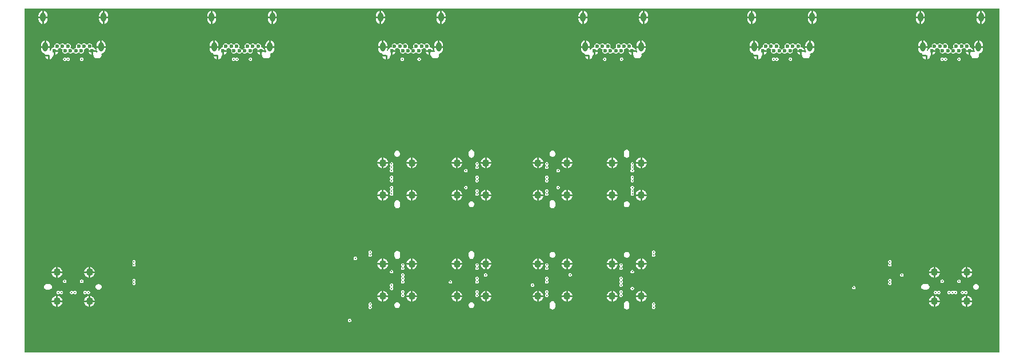
<source format=gbr>
%TF.GenerationSoftware,Altium Limited,Altium Designer,22.5.1 (42)*%
G04 Layer_Physical_Order=5*
G04 Layer_Color=26367*
%FSLAX26Y26*%
%MOIN*%
%TF.SameCoordinates,16E36816-DCA1-4F18-AD40-64303467345E*%
%TF.FilePolarity,Positive*%
%TF.FileFunction,Copper,L5,Inr,Signal*%
%TF.Part,Single*%
G01*
G75*
%TA.AperFunction,ComponentPad*%
%ADD20C,0.043307*%
%ADD21C,0.023622*%
%ADD22O,0.031496X0.055118*%
%TA.AperFunction,ViaPad*%
%ADD23C,0.011811*%
G36*
X6978028Y1191298D02*
X1289723D01*
Y3200465D01*
X6978028D01*
Y1191298D01*
D02*
G37*
%LPC*%
G36*
X6874685Y3186729D02*
Y3154607D01*
X6895655D01*
Y3161417D01*
X6894770Y3168139D01*
X6892175Y3174402D01*
X6888048Y3179781D01*
X6882670Y3183908D01*
X6876406Y3186503D01*
X6874685Y3186729D01*
D02*
G37*
G36*
X6864685Y3186729D02*
X6862963Y3186503D01*
X6856699Y3183908D01*
X6851321Y3179781D01*
X6847194Y3174402D01*
X6844599Y3168139D01*
X6843714Y3161417D01*
Y3154607D01*
X6864685D01*
Y3186729D01*
D02*
G37*
G36*
X3725078Y3186729D02*
Y3154607D01*
X3746048D01*
Y3161417D01*
X3745164Y3168139D01*
X3742569Y3174402D01*
X3738442Y3179781D01*
X3733063Y3183908D01*
X3726800Y3186503D01*
X3725078Y3186729D01*
D02*
G37*
G36*
X3715078Y3186729D02*
X3713357Y3186503D01*
X3707093Y3183908D01*
X3701715Y3179781D01*
X3697587Y3174402D01*
X3694993Y3168139D01*
X3694108Y3161417D01*
Y3154607D01*
X3715078D01*
Y3186729D01*
D02*
G37*
G36*
X6521141Y3186729D02*
Y3154606D01*
X6542111D01*
Y3161417D01*
X6541226Y3168139D01*
X6538632Y3174402D01*
X6534505Y3179781D01*
X6529126Y3183908D01*
X6522863Y3186503D01*
X6521141Y3186729D01*
D02*
G37*
G36*
X5536889D02*
Y3154606D01*
X5557859D01*
Y3161417D01*
X5556974Y3168139D01*
X5554380Y3174402D01*
X5550253Y3179781D01*
X5544874Y3183908D01*
X5538611Y3186503D01*
X5536889Y3186729D01*
D02*
G37*
G36*
X4552637D02*
Y3154606D01*
X4573607D01*
Y3161417D01*
X4572722Y3168139D01*
X4570128Y3174402D01*
X4566001Y3179781D01*
X4560622Y3183908D01*
X4554359Y3186503D01*
X4552637Y3186729D01*
D02*
G37*
G36*
X6511141D02*
X6509419Y3186503D01*
X6503156Y3183908D01*
X6497777Y3179781D01*
X6493650Y3174402D01*
X6491056Y3168139D01*
X6490171Y3161417D01*
Y3154606D01*
X6511141D01*
Y3186729D01*
D02*
G37*
G36*
X5526889D02*
X5525167Y3186503D01*
X5518904Y3183908D01*
X5513525Y3179781D01*
X5509398Y3174402D01*
X5506804Y3168139D01*
X5505919Y3161417D01*
Y3154606D01*
X5526889D01*
Y3186729D01*
D02*
G37*
G36*
X4542637D02*
X4540916Y3186503D01*
X4534652Y3183908D01*
X4529273Y3179781D01*
X4525146Y3174402D01*
X4522552Y3168139D01*
X4521667Y3161417D01*
Y3154606D01*
X4542637D01*
Y3186729D01*
D02*
G37*
G36*
X3371535Y3186729D02*
Y3154606D01*
X3392505D01*
Y3161417D01*
X3391620Y3168139D01*
X3389026Y3174402D01*
X3384898Y3179781D01*
X3379520Y3183908D01*
X3373256Y3186503D01*
X3371535Y3186729D01*
D02*
G37*
G36*
X2740826D02*
Y3154606D01*
X2761796D01*
Y3161417D01*
X2760912Y3168139D01*
X2758317Y3174402D01*
X2754190Y3179781D01*
X2748811Y3183908D01*
X2742548Y3186503D01*
X2740826Y3186729D01*
D02*
G37*
G36*
X2387283D02*
Y3154606D01*
X2408253D01*
Y3161417D01*
X2407368Y3168139D01*
X2404774Y3174402D01*
X2400646Y3179781D01*
X2395268Y3183908D01*
X2389004Y3186503D01*
X2387283Y3186729D01*
D02*
G37*
G36*
X1756574D02*
Y3154606D01*
X1777544D01*
Y3161417D01*
X1776659Y3168139D01*
X1774065Y3174402D01*
X1769938Y3179781D01*
X1764559Y3183908D01*
X1758296Y3186503D01*
X1756574Y3186729D01*
D02*
G37*
G36*
X1403031D02*
Y3154606D01*
X1424001D01*
Y3161417D01*
X1423116Y3168139D01*
X1420522Y3174402D01*
X1416395Y3179781D01*
X1411016Y3183908D01*
X1404752Y3186503D01*
X1403031Y3186729D01*
D02*
G37*
G36*
X3361535Y3186729D02*
X3359813Y3186503D01*
X3353550Y3183908D01*
X3348171Y3179781D01*
X3344044Y3174402D01*
X3341450Y3168139D01*
X3340565Y3161417D01*
Y3154606D01*
X3361535D01*
Y3186729D01*
D02*
G37*
G36*
X1393031D02*
X1391309Y3186503D01*
X1385046Y3183908D01*
X1379667Y3179781D01*
X1375540Y3174402D01*
X1372946Y3168139D01*
X1372061Y3161417D01*
Y3154606D01*
X1393031D01*
Y3186729D01*
D02*
G37*
G36*
X2730826D02*
X2729105Y3186503D01*
X2722841Y3183908D01*
X2717463Y3179781D01*
X2713335Y3174402D01*
X2710741Y3168139D01*
X2709856Y3161417D01*
Y3154606D01*
X2730826D01*
Y3186729D01*
D02*
G37*
G36*
X2377283D02*
X2375561Y3186503D01*
X2369298Y3183908D01*
X2363919Y3179781D01*
X2359792Y3174402D01*
X2357198Y3168139D01*
X2356313Y3161417D01*
Y3154606D01*
X2377283D01*
Y3186729D01*
D02*
G37*
G36*
X1746574D02*
X1744853Y3186503D01*
X1738589Y3183908D01*
X1733210Y3179781D01*
X1729083Y3174402D01*
X1726489Y3168139D01*
X1725604Y3161417D01*
Y3154606D01*
X1746574D01*
Y3186729D01*
D02*
G37*
G36*
X5890432Y3186729D02*
Y3154606D01*
X5911403D01*
Y3161417D01*
X5910518Y3168139D01*
X5907923Y3174402D01*
X5903796Y3179781D01*
X5898418Y3183908D01*
X5892154Y3186503D01*
X5890432Y3186729D01*
D02*
G37*
G36*
X4906180D02*
Y3154606D01*
X4927151D01*
Y3161417D01*
X4926266Y3168139D01*
X4923671Y3174402D01*
X4919544Y3179781D01*
X4914166Y3183908D01*
X4907902Y3186503D01*
X4906180Y3186729D01*
D02*
G37*
G36*
X5880432Y3186729D02*
X5878711Y3186503D01*
X5872447Y3183908D01*
X5867069Y3179781D01*
X5862942Y3174402D01*
X5860347Y3168139D01*
X5859462Y3161417D01*
Y3154606D01*
X5880432D01*
Y3186729D01*
D02*
G37*
G36*
X4896180D02*
X4894459Y3186503D01*
X4888195Y3183908D01*
X4882817Y3179781D01*
X4878690Y3174402D01*
X4876095Y3168139D01*
X4875210Y3161417D01*
Y3154606D01*
X4896180D01*
Y3186729D01*
D02*
G37*
G36*
X6895655Y3144607D02*
X6874685D01*
Y3112483D01*
X6876406Y3112710D01*
X6882670Y3115304D01*
X6888048Y3119432D01*
X6892175Y3124810D01*
X6894770Y3131074D01*
X6895655Y3137795D01*
Y3144607D01*
D02*
G37*
G36*
X5880432Y3144606D02*
X5859462D01*
Y3137795D01*
X5860347Y3131074D01*
X5862942Y3124810D01*
X5867069Y3119432D01*
X5872447Y3115304D01*
X5878711Y3112710D01*
X5880432Y3112483D01*
Y3144606D01*
D02*
G37*
G36*
X4896180D02*
X4875210D01*
Y3137795D01*
X4876095Y3131074D01*
X4878690Y3124810D01*
X4882817Y3119432D01*
X4888195Y3115304D01*
X4894459Y3112710D01*
X4896180Y3112483D01*
Y3144606D01*
D02*
G37*
G36*
X3746048Y3144607D02*
X3725078D01*
Y3112483D01*
X3726800Y3112710D01*
X3733063Y3115304D01*
X3738442Y3119432D01*
X3742569Y3124810D01*
X3745164Y3131074D01*
X3746048Y3137795D01*
Y3144607D01*
D02*
G37*
G36*
X2377283Y3144606D02*
X2356313D01*
Y3137795D01*
X2357198Y3131074D01*
X2359792Y3124810D01*
X2363919Y3119432D01*
X2369298Y3115304D01*
X2375561Y3112710D01*
X2377283Y3112483D01*
Y3144606D01*
D02*
G37*
G36*
X1746574D02*
X1725604D01*
Y3137795D01*
X1726489Y3131074D01*
X1729083Y3124810D01*
X1733210Y3119432D01*
X1738589Y3115304D01*
X1744853Y3112710D01*
X1746574Y3112483D01*
Y3144606D01*
D02*
G37*
G36*
X1393031D02*
X1372061D01*
Y3137795D01*
X1372946Y3131074D01*
X1375540Y3124810D01*
X1379667Y3119432D01*
X1385046Y3115304D01*
X1391309Y3112710D01*
X1393031Y3112483D01*
Y3144606D01*
D02*
G37*
G36*
X3361535D02*
X3340565D01*
Y3137795D01*
X3341450Y3131074D01*
X3344044Y3124810D01*
X3348171Y3119432D01*
X3353550Y3115304D01*
X3359813Y3112710D01*
X3361535Y3112483D01*
Y3144606D01*
D02*
G37*
G36*
X2730826D02*
X2709856D01*
Y3137795D01*
X2710741Y3131074D01*
X2713335Y3124810D01*
X2717463Y3119432D01*
X2722841Y3115304D01*
X2729105Y3112710D01*
X2730826Y3112483D01*
Y3144606D01*
D02*
G37*
G36*
X6542111Y3144606D02*
X6521141D01*
Y3112483D01*
X6522863Y3112710D01*
X6529126Y3115304D01*
X6534505Y3119432D01*
X6538632Y3124810D01*
X6541226Y3131074D01*
X6542111Y3137795D01*
Y3144606D01*
D02*
G37*
G36*
X5557859D02*
X5536889D01*
Y3112483D01*
X5538611Y3112710D01*
X5544874Y3115304D01*
X5550253Y3119432D01*
X5554380Y3124810D01*
X5556974Y3131074D01*
X5557859Y3137795D01*
Y3144606D01*
D02*
G37*
G36*
X4573607D02*
X4552637D01*
Y3112483D01*
X4554359Y3112710D01*
X4560622Y3115304D01*
X4566001Y3119432D01*
X4570128Y3124810D01*
X4572722Y3131074D01*
X4573607Y3137795D01*
Y3144606D01*
D02*
G37*
G36*
X6511141D02*
X6490171D01*
Y3137795D01*
X6491056Y3131074D01*
X6493650Y3124810D01*
X6497777Y3119432D01*
X6503156Y3115304D01*
X6509419Y3112710D01*
X6511141Y3112483D01*
Y3144606D01*
D02*
G37*
G36*
X5526889D02*
X5505919D01*
Y3137795D01*
X5506804Y3131074D01*
X5509398Y3124810D01*
X5513525Y3119432D01*
X5518904Y3115304D01*
X5525167Y3112710D01*
X5526889Y3112483D01*
Y3144606D01*
D02*
G37*
G36*
X4542637D02*
X4521667D01*
Y3137795D01*
X4522552Y3131074D01*
X4525146Y3124810D01*
X4529273Y3119432D01*
X4534652Y3115304D01*
X4540916Y3112710D01*
X4542637Y3112483D01*
Y3144606D01*
D02*
G37*
G36*
X2761796Y3144606D02*
X2740826D01*
Y3112483D01*
X2742548Y3112710D01*
X2748811Y3115304D01*
X2754190Y3119432D01*
X2758317Y3124810D01*
X2760912Y3131074D01*
X2761796Y3137795D01*
Y3144606D01*
D02*
G37*
G36*
X3392505D02*
X3371535D01*
Y3112483D01*
X3373256Y3112710D01*
X3379520Y3115304D01*
X3384898Y3119432D01*
X3389026Y3124810D01*
X3391620Y3131074D01*
X3392505Y3137795D01*
Y3144606D01*
D02*
G37*
G36*
X2408253D02*
X2387283D01*
Y3112483D01*
X2389004Y3112710D01*
X2395268Y3115304D01*
X2400646Y3119432D01*
X2404774Y3124810D01*
X2407368Y3131074D01*
X2408253Y3137795D01*
Y3144606D01*
D02*
G37*
G36*
X1777544D02*
X1756574D01*
Y3112483D01*
X1758296Y3112710D01*
X1764559Y3115304D01*
X1769938Y3119432D01*
X1774065Y3124810D01*
X1776659Y3131074D01*
X1777544Y3137795D01*
Y3144606D01*
D02*
G37*
G36*
X1424001D02*
X1403031D01*
Y3112483D01*
X1404752Y3112710D01*
X1411016Y3115304D01*
X1416395Y3119432D01*
X1420522Y3124810D01*
X1423116Y3131074D01*
X1424001Y3137795D01*
Y3144606D01*
D02*
G37*
G36*
X3715078Y3144607D02*
X3694108D01*
Y3137795D01*
X3694993Y3131074D01*
X3697587Y3124810D01*
X3701715Y3119432D01*
X3707093Y3115304D01*
X3713357Y3112710D01*
X3715078Y3112483D01*
Y3144607D01*
D02*
G37*
G36*
X4927151Y3144606D02*
X4906180D01*
Y3112483D01*
X4907902Y3112710D01*
X4914166Y3115304D01*
X4919544Y3119432D01*
X4923671Y3124810D01*
X4926266Y3131074D01*
X4927151Y3137795D01*
Y3144606D01*
D02*
G37*
G36*
X5911403D02*
X5890432D01*
Y3112483D01*
X5892154Y3112710D01*
X5898418Y3115304D01*
X5903796Y3119432D01*
X5907923Y3124810D01*
X5910518Y3131074D01*
X5911403Y3137795D01*
Y3144606D01*
D02*
G37*
G36*
X6864685Y3144607D02*
X6843714D01*
Y3137795D01*
X6844599Y3131074D01*
X6847194Y3124810D01*
X6851321Y3119432D01*
X6856699Y3115304D01*
X6862963Y3112710D01*
X6864685Y3112483D01*
Y3144607D01*
D02*
G37*
G36*
X6860511Y3013501D02*
Y2981378D01*
X6881481D01*
Y2988189D01*
X6880596Y2994911D01*
X6878002Y3001174D01*
X6873875Y3006553D01*
X6868496Y3010680D01*
X6862233Y3013274D01*
X6860511Y3013501D01*
D02*
G37*
G36*
X6535314D02*
Y2981378D01*
X6556285D01*
Y2988189D01*
X6555400Y2994911D01*
X6552805Y3001174D01*
X6548678Y3006553D01*
X6543300Y3010680D01*
X6537036Y3013274D01*
X6535314Y3013501D01*
D02*
G37*
G36*
X5876259D02*
Y2981378D01*
X5897229D01*
Y2988189D01*
X5896345Y2994911D01*
X5893750Y3001174D01*
X5889623Y3006553D01*
X5884244Y3010680D01*
X5877981Y3013274D01*
X5876259Y3013501D01*
D02*
G37*
G36*
X5551062D02*
Y2981378D01*
X5572033D01*
Y2988189D01*
X5571148Y2994911D01*
X5568553Y3001174D01*
X5564426Y3006553D01*
X5559047Y3010680D01*
X5552784Y3013274D01*
X5551062Y3013501D01*
D02*
G37*
G36*
X4892007D02*
Y2981378D01*
X4912977D01*
Y2988189D01*
X4912092Y2994911D01*
X4909498Y3001174D01*
X4905371Y3006553D01*
X4899992Y3010680D01*
X4893729Y3013274D01*
X4892007Y3013501D01*
D02*
G37*
G36*
X4566810D02*
Y2981378D01*
X4587781D01*
Y2988189D01*
X4586896Y2994911D01*
X4584301Y3001174D01*
X4580174Y3006553D01*
X4574796Y3010680D01*
X4568532Y3013274D01*
X4566810Y3013501D01*
D02*
G37*
G36*
X1417204D02*
Y2981378D01*
X1438174D01*
Y2988189D01*
X1437289Y2994911D01*
X1434695Y3001174D01*
X1430568Y3006553D01*
X1425189Y3010680D01*
X1418926Y3013274D01*
X1417204Y3013501D01*
D02*
G37*
G36*
X6850511D02*
X6848790Y3013274D01*
X6842526Y3010680D01*
X6837148Y3006553D01*
X6833020Y3001174D01*
X6830426Y2994911D01*
X6829541Y2988189D01*
Y2981378D01*
X6850511D01*
Y3013501D01*
D02*
G37*
G36*
X1407204D02*
X1405483Y3013274D01*
X1399219Y3010680D01*
X1393840Y3006553D01*
X1389713Y3001174D01*
X1387119Y2994911D01*
X1386234Y2988189D01*
Y2981378D01*
X1407204D01*
Y3013501D01*
D02*
G37*
G36*
X6525314D02*
X6523593Y3013274D01*
X6517329Y3010680D01*
X6511951Y3006553D01*
X6507824Y3001174D01*
X6505229Y2994911D01*
X6504344Y2988189D01*
Y2981378D01*
X6525314D01*
Y3013501D01*
D02*
G37*
G36*
X5866259D02*
X5864538Y3013274D01*
X5858274Y3010680D01*
X5852895Y3006553D01*
X5848768Y3001174D01*
X5846174Y2994911D01*
X5845289Y2988189D01*
Y2981378D01*
X5866259D01*
Y3013501D01*
D02*
G37*
G36*
X5541062D02*
X5539341Y3013274D01*
X5533077Y3010680D01*
X5527699Y3006553D01*
X5523572Y3001174D01*
X5520977Y2994911D01*
X5520092Y2988189D01*
Y2981378D01*
X5541062D01*
Y3013501D01*
D02*
G37*
G36*
X4882007D02*
X4880286Y3013274D01*
X4874022Y3010680D01*
X4868644Y3006553D01*
X4864516Y3001174D01*
X4861922Y2994911D01*
X4861037Y2988189D01*
Y2981378D01*
X4882007D01*
Y3013501D01*
D02*
G37*
G36*
X4556810D02*
X4555089Y3013274D01*
X4548825Y3010680D01*
X4543447Y3006553D01*
X4539319Y3001174D01*
X4536725Y2994911D01*
X4535840Y2988189D01*
Y2981378D01*
X4556810D01*
Y3013501D01*
D02*
G37*
G36*
X2726653Y3013501D02*
Y2981378D01*
X2747623D01*
Y2988189D01*
X2746738Y2994911D01*
X2744144Y3001174D01*
X2740017Y3006553D01*
X2734638Y3010680D01*
X2728374Y3013274D01*
X2726653Y3013501D01*
D02*
G37*
G36*
X2401456D02*
Y2981378D01*
X2422426D01*
Y2988189D01*
X2421541Y2994911D01*
X2418947Y3001174D01*
X2414820Y3006553D01*
X2409441Y3010680D01*
X2403178Y3013274D01*
X2401456Y3013501D01*
D02*
G37*
G36*
X1742401D02*
Y2981378D01*
X1763371D01*
Y2988189D01*
X1762486Y2994911D01*
X1759892Y3001174D01*
X1755765Y3006553D01*
X1750386Y3010680D01*
X1744122Y3013274D01*
X1742401Y3013501D01*
D02*
G37*
G36*
X3710905D02*
Y2981378D01*
X3731875D01*
Y2988189D01*
X3730990Y2994911D01*
X3728396Y3001174D01*
X3724269Y3006553D01*
X3718890Y3010680D01*
X3712626Y3013274D01*
X3710905Y3013501D01*
D02*
G37*
G36*
X3385708D02*
Y2981378D01*
X3406678D01*
Y2988189D01*
X3405793Y2994911D01*
X3403199Y3001174D01*
X3399072Y3006553D01*
X3393693Y3010680D01*
X3387430Y3013274D01*
X3385708Y3013501D01*
D02*
G37*
G36*
X2716653Y3013501D02*
X2714931Y3013274D01*
X2708668Y3010680D01*
X2703289Y3006553D01*
X2699162Y3001174D01*
X2696568Y2994911D01*
X2695683Y2988189D01*
Y2981378D01*
X2716653D01*
Y3013501D01*
D02*
G37*
G36*
X2391456D02*
X2389735Y3013274D01*
X2383471Y3010680D01*
X2378092Y3006553D01*
X2373965Y3001174D01*
X2371371Y2994911D01*
X2370486Y2988189D01*
Y2981378D01*
X2391456D01*
Y3013501D01*
D02*
G37*
G36*
X1732401D02*
X1730679Y3013274D01*
X1724416Y3010680D01*
X1719037Y3006553D01*
X1714910Y3001174D01*
X1712316Y2994911D01*
X1711431Y2988189D01*
Y2981378D01*
X1732401D01*
Y3013501D01*
D02*
G37*
G36*
X3700905D02*
X3699183Y3013274D01*
X3692920Y3010680D01*
X3687541Y3006553D01*
X3683414Y3001174D01*
X3680820Y2994911D01*
X3679935Y2988189D01*
Y2981378D01*
X3700905D01*
Y3013501D01*
D02*
G37*
G36*
X3375708D02*
X3373986Y3013274D01*
X3367723Y3010680D01*
X3362344Y3006553D01*
X3358217Y3001174D01*
X3355623Y2994911D01*
X3354738Y2988189D01*
Y2981378D01*
X3375708D01*
Y3013501D01*
D02*
G37*
G36*
X6727581Y2996654D02*
X6721237D01*
X6715377Y2994226D01*
X6710891Y2989741D01*
X6708464Y2983880D01*
Y2977537D01*
X6709971Y2973898D01*
X6707203Y2969014D01*
X6707042Y2968898D01*
X6705528D01*
X6699740Y2966500D01*
X6695747Y2962506D01*
X6692913Y2962270D01*
X6690079Y2962506D01*
X6686085Y2966500D01*
X6680297Y2968898D01*
X6678783D01*
X6678622Y2969014D01*
X6675854Y2973898D01*
X6677362Y2977537D01*
Y2983880D01*
X6674934Y2989741D01*
X6670449Y2994226D01*
X6664588Y2996654D01*
X6658245D01*
X6652385Y2994226D01*
X6648421Y2990262D01*
X6645763Y2989936D01*
X6642684Y2990216D01*
X6638841Y2994059D01*
X6633053Y2996457D01*
X6626788D01*
X6621000Y2994059D01*
X6617006Y2990065D01*
X6614173Y2989829D01*
X6611339Y2990065D01*
X6607345Y2994059D01*
X6601557Y2996457D01*
X6595292D01*
X6589504Y2994059D01*
X6585074Y2989629D01*
X6582677Y2983841D01*
Y2977576D01*
X6580929Y2974961D01*
X6578338D01*
X6570322Y2971640D01*
X6564186Y2965505D01*
X6560866Y2957488D01*
X6557341Y2955561D01*
X6555400Y2957845D01*
X6556285Y2964567D01*
Y2971378D01*
X6530314D01*
Y2976378D01*
D01*
Y2971378D01*
X6504344D01*
Y2964567D01*
X6505229Y2957845D01*
X6507824Y2951582D01*
X6511951Y2946203D01*
X6517329Y2942076D01*
X6523593Y2939482D01*
X6525907Y2939177D01*
X6529059Y2933719D01*
X6528578Y2932559D01*
X6551181D01*
Y2927559D01*
X6556181D01*
Y2904957D01*
X6564093Y2908234D01*
X6570505Y2914647D01*
X6573976Y2923025D01*
Y2927733D01*
X6577677Y2930792D01*
Y2953150D01*
X6582677D01*
Y2958150D01*
X6604214D01*
X6601455Y2964808D01*
X6601557Y2964961D01*
X6607345Y2967358D01*
X6611339Y2971352D01*
X6614173Y2971588D01*
X6617006Y2971352D01*
X6621000Y2967358D01*
X6626788Y2964961D01*
X6628302D01*
X6628463Y2964845D01*
X6631231Y2959961D01*
X6629724Y2956321D01*
Y2949978D01*
X6632151Y2944117D01*
X6636637Y2939632D01*
X6642497Y2937205D01*
X6648840D01*
X6654701Y2939632D01*
X6658665Y2943596D01*
X6661323Y2943923D01*
X6664401Y2943642D01*
X6668244Y2939799D01*
X6674032Y2937402D01*
X6680297D01*
X6686085Y2939799D01*
X6690079Y2943793D01*
X6692913Y2944029D01*
X6695747Y2943793D01*
X6699740Y2939799D01*
X6705528Y2937402D01*
X6711793D01*
X6717581Y2939799D01*
X6721424Y2943642D01*
X6724503Y2943923D01*
X6727161Y2943596D01*
X6731125Y2939632D01*
X6736985Y2937205D01*
X6743328D01*
X6749189Y2939632D01*
X6753674Y2944117D01*
X6756102Y2949978D01*
Y2956321D01*
X6754594Y2959961D01*
X6757362Y2964845D01*
X6757523Y2964961D01*
X6759037D01*
X6764825Y2967358D01*
X6768819Y2971352D01*
X6771653Y2971588D01*
X6774487Y2971352D01*
X6778480Y2967358D01*
X6784268Y2964961D01*
X6784370Y2964808D01*
X6781612Y2958150D01*
X6824686D01*
X6821640Y2965505D01*
X6815504Y2971640D01*
X6807488Y2974961D01*
X6804897D01*
X6803149Y2977576D01*
Y2983841D01*
X6800752Y2989629D01*
X6796322Y2994059D01*
X6790533Y2996457D01*
X6784269D01*
X6778480Y2994059D01*
X6774487Y2990065D01*
X6771653Y2989829D01*
X6768819Y2990065D01*
X6764825Y2994059D01*
X6759037Y2996457D01*
X6752772D01*
X6746984Y2994059D01*
X6743141Y2990216D01*
X6740063Y2989936D01*
X6737405Y2990262D01*
X6733441Y2994226D01*
X6727581Y2996654D01*
D02*
G37*
G36*
X5743328D02*
X5736985D01*
X5731125Y2994226D01*
X5726639Y2989741D01*
X5724212Y2983880D01*
Y2977537D01*
X5725719Y2973898D01*
X5722951Y2969014D01*
X5722790Y2968898D01*
X5721276D01*
X5715488Y2966500D01*
X5711495Y2962506D01*
X5708661Y2962270D01*
X5705827Y2962506D01*
X5701833Y2966500D01*
X5696045Y2968898D01*
X5694531D01*
X5694370Y2969014D01*
X5691602Y2973898D01*
X5693110Y2977537D01*
Y2983880D01*
X5690682Y2989741D01*
X5686197Y2994226D01*
X5680336Y2996654D01*
X5673993D01*
X5668133Y2994226D01*
X5664169Y2990262D01*
X5661511Y2989936D01*
X5658432Y2990216D01*
X5654589Y2994059D01*
X5648801Y2996457D01*
X5642536D01*
X5636748Y2994059D01*
X5632754Y2990065D01*
X5629921Y2989829D01*
X5627087Y2990065D01*
X5623093Y2994059D01*
X5617305Y2996457D01*
X5611040D01*
X5605252Y2994059D01*
X5600822Y2989629D01*
X5598425Y2983841D01*
Y2977576D01*
X5596677Y2974961D01*
X5594086D01*
X5586070Y2971640D01*
X5579934Y2965505D01*
X5576614Y2957488D01*
X5573088Y2955561D01*
X5571148Y2957845D01*
X5572033Y2964567D01*
Y2971378D01*
X5546062D01*
X5520092D01*
Y2964567D01*
X5520977Y2957845D01*
X5523572Y2951582D01*
X5527699Y2946203D01*
X5533077Y2942076D01*
X5539341Y2939482D01*
X5541655Y2939177D01*
X5544806Y2933719D01*
X5544326Y2932559D01*
X5566928D01*
Y2927559D01*
X5571928D01*
Y2904957D01*
X5579841Y2908234D01*
X5586253Y2914647D01*
X5589724Y2923025D01*
Y2927733D01*
X5593425Y2930792D01*
Y2953150D01*
X5598425D01*
Y2958150D01*
X5619962D01*
X5617203Y2964808D01*
X5617305Y2964961D01*
X5623093Y2967358D01*
X5627087Y2971352D01*
X5629921Y2971588D01*
X5632754Y2971352D01*
X5636748Y2967358D01*
X5642536Y2964961D01*
X5644050D01*
X5644211Y2964845D01*
X5646979Y2959961D01*
X5645472Y2956321D01*
Y2949978D01*
X5647899Y2944117D01*
X5652385Y2939632D01*
X5658245Y2937205D01*
X5664588D01*
X5670449Y2939632D01*
X5674413Y2943596D01*
X5677071Y2943923D01*
X5680149Y2943642D01*
X5683992Y2939799D01*
X5689780Y2937402D01*
X5696045D01*
X5701833Y2939799D01*
X5705827Y2943793D01*
X5708661Y2944029D01*
X5711495Y2943793D01*
X5715488Y2939799D01*
X5721276Y2937402D01*
X5727541D01*
X5733329Y2939799D01*
X5737172Y2943642D01*
X5740251Y2943923D01*
X5742909Y2943596D01*
X5746873Y2939632D01*
X5752733Y2937205D01*
X5759077D01*
X5764937Y2939632D01*
X5769422Y2944117D01*
X5771850Y2949978D01*
Y2956321D01*
X5770342Y2959961D01*
X5773110Y2964845D01*
X5773271Y2964961D01*
X5774785D01*
X5780573Y2967358D01*
X5784567Y2971352D01*
X5787401Y2971588D01*
X5790235Y2971352D01*
X5794229Y2967358D01*
X5800016Y2964961D01*
X5800118Y2964808D01*
X5797360Y2958150D01*
X5840434D01*
X5837387Y2965505D01*
X5831252Y2971640D01*
X5823235Y2974961D01*
X5820645D01*
X5818897Y2977576D01*
Y2983841D01*
X5816499Y2989629D01*
X5812069Y2994059D01*
X5806282Y2996457D01*
X5800016D01*
X5794229Y2994059D01*
X5790235Y2990065D01*
X5787401Y2989829D01*
X5784567Y2990065D01*
X5780573Y2994059D01*
X5774785Y2996457D01*
X5768520D01*
X5762732Y2994059D01*
X5758890Y2990216D01*
X5755811Y2989936D01*
X5753153Y2990262D01*
X5749189Y2994226D01*
X5743328Y2996654D01*
D02*
G37*
G36*
X4759077D02*
X4752733D01*
X4746873Y2994226D01*
X4742387Y2989741D01*
X4739960Y2983880D01*
Y2977537D01*
X4741467Y2973898D01*
X4738699Y2969014D01*
X4738538Y2968898D01*
X4737024D01*
X4731236Y2966500D01*
X4727243Y2962506D01*
X4724409Y2962270D01*
X4721575Y2962506D01*
X4717581Y2966500D01*
X4711793Y2968898D01*
X4710279D01*
X4710118Y2969014D01*
X4707350Y2973898D01*
X4708858Y2977537D01*
Y2983880D01*
X4706430Y2989741D01*
X4701945Y2994226D01*
X4696084Y2996654D01*
X4689741D01*
X4683881Y2994226D01*
X4679917Y2990262D01*
X4677259Y2989936D01*
X4674180Y2990216D01*
X4670337Y2994059D01*
X4664549Y2996457D01*
X4658284D01*
X4652496Y2994059D01*
X4648502Y2990065D01*
X4645669Y2989829D01*
X4642835Y2990065D01*
X4638841Y2994059D01*
X4633053Y2996457D01*
X4626788D01*
X4621000Y2994059D01*
X4616570Y2989629D01*
X4614173Y2983841D01*
Y2977576D01*
X4612425Y2974961D01*
X4609834D01*
X4601818Y2971640D01*
X4595682Y2965505D01*
X4592362Y2957488D01*
X4588837Y2955561D01*
X4586896Y2957845D01*
X4587781Y2964567D01*
Y2971378D01*
X4561810D01*
X4535840D01*
Y2964567D01*
X4536725Y2957845D01*
X4539319Y2951582D01*
X4543447Y2946203D01*
X4548825Y2942076D01*
X4555089Y2939482D01*
X4557403Y2939177D01*
X4560555Y2933719D01*
X4560074Y2932559D01*
X4582676D01*
Y2927559D01*
X4587676D01*
Y2904957D01*
X4595589Y2908234D01*
X4602001Y2914647D01*
X4605472Y2923025D01*
Y2927733D01*
X4609173Y2930792D01*
Y2953150D01*
X4614173D01*
Y2958150D01*
X4635710D01*
X4632951Y2964808D01*
X4633053Y2964961D01*
X4638841Y2967358D01*
X4642835Y2971352D01*
X4645669Y2971588D01*
X4648502Y2971352D01*
X4652496Y2967358D01*
X4658284Y2964961D01*
X4659798D01*
X4659959Y2964845D01*
X4662727Y2959961D01*
X4661220Y2956321D01*
Y2949978D01*
X4663647Y2944117D01*
X4668133Y2939632D01*
X4673993Y2937205D01*
X4680336D01*
X4686197Y2939632D01*
X4690161Y2943596D01*
X4692819Y2943923D01*
X4695897Y2943642D01*
X4699740Y2939799D01*
X4705528Y2937402D01*
X4711793D01*
X4717581Y2939799D01*
X4721575Y2943793D01*
X4724409Y2944029D01*
X4727243Y2943793D01*
X4731236Y2939799D01*
X4737024Y2937402D01*
X4743289D01*
X4749077Y2939799D01*
X4752920Y2943642D01*
X4755999Y2943923D01*
X4758657Y2943596D01*
X4762621Y2939632D01*
X4768481Y2937205D01*
X4774824D01*
X4780685Y2939632D01*
X4785170Y2944117D01*
X4787598Y2949978D01*
Y2956321D01*
X4786090Y2959961D01*
X4788858Y2964845D01*
X4789019Y2964961D01*
X4790533D01*
X4796321Y2967358D01*
X4800315Y2971352D01*
X4803149Y2971588D01*
X4805983Y2971352D01*
X4809976Y2967358D01*
X4815764Y2964961D01*
X4815866Y2964808D01*
X4813108Y2958150D01*
X4856182D01*
X4853136Y2965505D01*
X4847000Y2971640D01*
X4838984Y2974961D01*
X4836393D01*
X4834645Y2977576D01*
Y2983841D01*
X4832248Y2989629D01*
X4827818Y2994059D01*
X4822029Y2996457D01*
X4815765D01*
X4809976Y2994059D01*
X4805983Y2990065D01*
X4803149Y2989829D01*
X4800315Y2990065D01*
X4796321Y2994059D01*
X4790533Y2996457D01*
X4784268D01*
X4778480Y2994059D01*
X4774637Y2990216D01*
X4771559Y2989936D01*
X4768901Y2990262D01*
X4764937Y2994226D01*
X4759077Y2996654D01*
D02*
G37*
G36*
X3577974D02*
X3571631D01*
X3565771Y2994226D01*
X3561285Y2989741D01*
X3558858Y2983880D01*
Y2977537D01*
X3560365Y2973898D01*
X3557597Y2969014D01*
X3557436Y2968898D01*
X3555922D01*
X3550134Y2966500D01*
X3546140Y2962506D01*
X3543307Y2962270D01*
X3540473Y2962506D01*
X3536479Y2966500D01*
X3530691Y2968898D01*
X3529177D01*
X3529016Y2969014D01*
X3526248Y2973898D01*
X3527755Y2977537D01*
Y2983880D01*
X3525328Y2989741D01*
X3520843Y2994226D01*
X3514982Y2996654D01*
X3508639D01*
X3502778Y2994226D01*
X3498815Y2990262D01*
X3496156Y2989936D01*
X3493078Y2990216D01*
X3489235Y2994059D01*
X3483447Y2996457D01*
X3477182D01*
X3471394Y2994059D01*
X3467400Y2990065D01*
X3464566Y2989829D01*
X3461733Y2990065D01*
X3457739Y2994059D01*
X3451951Y2996457D01*
X3445686D01*
X3439898Y2994059D01*
X3435468Y2989629D01*
X3433070Y2983841D01*
Y2977576D01*
X3431323Y2974961D01*
X3428732D01*
X3420715Y2971640D01*
X3414580Y2965505D01*
X3411259Y2957488D01*
X3407734Y2955561D01*
X3405793Y2957845D01*
X3406678Y2964567D01*
Y2971378D01*
X3380708D01*
Y2976378D01*
D01*
Y2971378D01*
X3354738D01*
Y2964567D01*
X3355623Y2957845D01*
X3358217Y2951582D01*
X3362344Y2946203D01*
X3367723Y2942076D01*
X3373986Y2939482D01*
X3376301Y2939177D01*
X3379452Y2933719D01*
X3378972Y2932559D01*
X3401574D01*
Y2927559D01*
X3406574D01*
Y2904957D01*
X3414487Y2908234D01*
X3420899Y2914647D01*
X3424369Y2923025D01*
Y2927733D01*
X3428070Y2930792D01*
Y2953150D01*
X3433070D01*
Y2958150D01*
X3454607D01*
X3451849Y2964808D01*
X3451951Y2964961D01*
X3457739Y2967358D01*
X3461733Y2971352D01*
X3464566Y2971588D01*
X3467400Y2971352D01*
X3471394Y2967358D01*
X3477182Y2964961D01*
X3478696D01*
X3478857Y2964845D01*
X3481625Y2959961D01*
X3480117Y2956321D01*
Y2949978D01*
X3482545Y2944117D01*
X3487030Y2939632D01*
X3492891Y2937205D01*
X3499234D01*
X3505095Y2939632D01*
X3509058Y2943596D01*
X3511716Y2943923D01*
X3514795Y2943642D01*
X3518638Y2939799D01*
X3524426Y2937402D01*
X3530691D01*
X3536479Y2939799D01*
X3540473Y2943793D01*
X3543307Y2944029D01*
X3546140Y2943793D01*
X3550134Y2939799D01*
X3555922Y2937402D01*
X3562187D01*
X3567975Y2939799D01*
X3571818Y2943642D01*
X3574896Y2943923D01*
X3577555Y2943596D01*
X3581519Y2939632D01*
X3587379Y2937205D01*
X3593722D01*
X3599583Y2939632D01*
X3604068Y2944117D01*
X3606495Y2949978D01*
Y2956321D01*
X3604988Y2959961D01*
X3607756Y2964845D01*
X3607917Y2964961D01*
X3609431D01*
X3615219Y2967358D01*
X3619213Y2971352D01*
X3622047Y2971588D01*
X3624880Y2971352D01*
X3628874Y2967358D01*
X3634662Y2964961D01*
X3634764Y2964808D01*
X3632006Y2958150D01*
X3675080D01*
X3672033Y2965505D01*
X3665898Y2971640D01*
X3657881Y2974961D01*
X3655290D01*
X3653543Y2977576D01*
Y2983841D01*
X3651145Y2989629D01*
X3646715Y2994059D01*
X3640927Y2996457D01*
X3634662D01*
X3628874Y2994059D01*
X3624880Y2990065D01*
X3622047Y2989829D01*
X3619213Y2990065D01*
X3615219Y2994059D01*
X3609431Y2996457D01*
X3603166D01*
X3597378Y2994059D01*
X3593535Y2990216D01*
X3590457Y2989936D01*
X3587798Y2990262D01*
X3583835Y2994226D01*
X3577974Y2996654D01*
D02*
G37*
G36*
X2593722D02*
X2587379D01*
X2581519Y2994226D01*
X2577033Y2989741D01*
X2574606Y2983880D01*
Y2977537D01*
X2576113Y2973898D01*
X2573345Y2969014D01*
X2573184Y2968898D01*
X2571670D01*
X2565882Y2966500D01*
X2561888Y2962506D01*
X2559055Y2962270D01*
X2556221Y2962506D01*
X2552227Y2966500D01*
X2546439Y2968898D01*
X2544925D01*
X2544764Y2969014D01*
X2541996Y2973898D01*
X2543503Y2977537D01*
Y2983880D01*
X2541076Y2989741D01*
X2536590Y2994226D01*
X2530730Y2996654D01*
X2524387D01*
X2518526Y2994226D01*
X2514563Y2990262D01*
X2511904Y2989936D01*
X2508826Y2990216D01*
X2504983Y2994059D01*
X2499195Y2996457D01*
X2492930D01*
X2487142Y2994059D01*
X2483148Y2990065D01*
X2480314Y2989829D01*
X2477481Y2990065D01*
X2473487Y2994059D01*
X2467699Y2996457D01*
X2461434D01*
X2455646Y2994059D01*
X2451216Y2989629D01*
X2448818Y2983841D01*
Y2977576D01*
X2447071Y2974961D01*
X2444480D01*
X2436463Y2971640D01*
X2430328Y2965505D01*
X2427007Y2957488D01*
X2423482Y2955561D01*
X2421541Y2957845D01*
X2422426Y2964567D01*
Y2971378D01*
X2396456D01*
X2370486D01*
Y2964567D01*
X2371371Y2957845D01*
X2373965Y2951582D01*
X2378092Y2946203D01*
X2383471Y2942076D01*
X2389735Y2939482D01*
X2392049Y2939177D01*
X2395200Y2933719D01*
X2394720Y2932559D01*
X2417322D01*
Y2927559D01*
X2422322D01*
Y2904957D01*
X2430235Y2908234D01*
X2436647Y2914647D01*
X2440117Y2923025D01*
Y2927733D01*
X2443818Y2930792D01*
Y2953150D01*
X2448818D01*
Y2958150D01*
X2470355D01*
X2467597Y2964808D01*
X2467699Y2964961D01*
X2473487Y2967358D01*
X2477481Y2971352D01*
X2480314Y2971588D01*
X2483148Y2971352D01*
X2487142Y2967358D01*
X2492930Y2964961D01*
X2494444D01*
X2494605Y2964845D01*
X2497373Y2959961D01*
X2495865Y2956321D01*
Y2949978D01*
X2498293Y2944117D01*
X2502778Y2939632D01*
X2508639Y2937205D01*
X2514982D01*
X2520843Y2939632D01*
X2524806Y2943596D01*
X2527465Y2943923D01*
X2530543Y2943642D01*
X2534386Y2939799D01*
X2540174Y2937402D01*
X2546439D01*
X2552227Y2939799D01*
X2556221Y2943793D01*
X2559055Y2944029D01*
X2561888Y2943793D01*
X2565882Y2939799D01*
X2571670Y2937402D01*
X2577935D01*
X2583723Y2939799D01*
X2587566Y2943642D01*
X2590644Y2943923D01*
X2593303Y2943596D01*
X2597267Y2939632D01*
X2603127Y2937205D01*
X2609470D01*
X2615331Y2939632D01*
X2619816Y2944117D01*
X2622244Y2949978D01*
Y2956321D01*
X2620736Y2959961D01*
X2623504Y2964845D01*
X2623665Y2964961D01*
X2625179D01*
X2630967Y2967358D01*
X2634961Y2971352D01*
X2637795Y2971588D01*
X2640628Y2971352D01*
X2644622Y2967358D01*
X2650410Y2964961D01*
X2650512Y2964808D01*
X2647754Y2958150D01*
X2690828D01*
X2687781Y2965505D01*
X2681646Y2971640D01*
X2673629Y2974961D01*
X2671038D01*
X2669291Y2977576D01*
Y2983841D01*
X2666893Y2989629D01*
X2662463Y2994059D01*
X2656675Y2996457D01*
X2650410D01*
X2644622Y2994059D01*
X2640628Y2990065D01*
X2637795Y2989829D01*
X2634961Y2990065D01*
X2630967Y2994059D01*
X2625179Y2996457D01*
X2618914D01*
X2613126Y2994059D01*
X2609283Y2990216D01*
X2606205Y2989936D01*
X2603546Y2990262D01*
X2599583Y2994226D01*
X2593722Y2996654D01*
D02*
G37*
G36*
X1609470D02*
X1603127D01*
X1597266Y2994226D01*
X1592781Y2989741D01*
X1590354Y2983880D01*
Y2977537D01*
X1591861Y2973898D01*
X1589093Y2969014D01*
X1588932Y2968898D01*
X1587418D01*
X1581630Y2966500D01*
X1577636Y2962506D01*
X1574803Y2962270D01*
X1571969Y2962506D01*
X1567975Y2966500D01*
X1562187Y2968898D01*
X1560673D01*
X1560512Y2969014D01*
X1557744Y2973898D01*
X1559251Y2977537D01*
Y2983880D01*
X1556824Y2989741D01*
X1552339Y2994226D01*
X1546478Y2996654D01*
X1540135D01*
X1534274Y2994226D01*
X1530311Y2990262D01*
X1527652Y2989936D01*
X1524574Y2990216D01*
X1520731Y2994059D01*
X1514943Y2996457D01*
X1508678D01*
X1502890Y2994059D01*
X1498896Y2990065D01*
X1496062Y2989829D01*
X1493229Y2990065D01*
X1489235Y2994059D01*
X1483447Y2996457D01*
X1477182D01*
X1471394Y2994059D01*
X1466964Y2989629D01*
X1464566Y2983841D01*
Y2977576D01*
X1462819Y2974961D01*
X1460228D01*
X1452211Y2971640D01*
X1446076Y2965505D01*
X1442755Y2957488D01*
X1439230Y2955561D01*
X1437289Y2957845D01*
X1438174Y2964567D01*
Y2971378D01*
X1412204D01*
X1386234D01*
Y2964567D01*
X1387119Y2957845D01*
X1389713Y2951582D01*
X1393840Y2946203D01*
X1399219Y2942076D01*
X1405483Y2939482D01*
X1407797Y2939177D01*
X1410948Y2933719D01*
X1410468Y2932559D01*
X1433070D01*
Y2927559D01*
X1438070D01*
Y2904957D01*
X1445983Y2908234D01*
X1452395Y2914647D01*
X1455866Y2923025D01*
Y2927733D01*
X1459566Y2930792D01*
Y2953150D01*
X1464566D01*
Y2958150D01*
X1486103D01*
X1483345Y2964808D01*
X1483447Y2964961D01*
X1489235Y2967358D01*
X1493229Y2971352D01*
X1496062Y2971588D01*
X1498896Y2971352D01*
X1502890Y2967358D01*
X1508678Y2964961D01*
X1510192D01*
X1510353Y2964845D01*
X1513121Y2959961D01*
X1511613Y2956321D01*
Y2949978D01*
X1514041Y2944117D01*
X1518526Y2939632D01*
X1524387Y2937205D01*
X1530730D01*
X1536591Y2939632D01*
X1540554Y2943596D01*
X1543213Y2943923D01*
X1546291Y2943642D01*
X1550134Y2939799D01*
X1555922Y2937402D01*
X1562187D01*
X1567975Y2939799D01*
X1571969Y2943793D01*
X1574803Y2944029D01*
X1577636Y2943793D01*
X1581630Y2939799D01*
X1587418Y2937402D01*
X1593683D01*
X1599471Y2939799D01*
X1603314Y2943642D01*
X1606392Y2943923D01*
X1609051Y2943596D01*
X1613014Y2939632D01*
X1618875Y2937205D01*
X1625218D01*
X1631079Y2939632D01*
X1635564Y2944117D01*
X1637992Y2949978D01*
Y2956321D01*
X1636484Y2959961D01*
X1639252Y2964845D01*
X1639413Y2964961D01*
X1640927D01*
X1646715Y2967358D01*
X1650709Y2971352D01*
X1653543Y2971588D01*
X1656376Y2971352D01*
X1660370Y2967358D01*
X1666158Y2964961D01*
X1666260Y2964808D01*
X1663502Y2958150D01*
X1706576D01*
X1703529Y2965505D01*
X1697394Y2971640D01*
X1689377Y2974961D01*
X1686786D01*
X1685039Y2977576D01*
Y2983841D01*
X1682641Y2989629D01*
X1678211Y2994059D01*
X1672423Y2996457D01*
X1666158D01*
X1660370Y2994059D01*
X1656376Y2990065D01*
X1653543Y2989829D01*
X1650709Y2990065D01*
X1646715Y2994059D01*
X1640927Y2996457D01*
X1634662D01*
X1628874Y2994059D01*
X1625031Y2990216D01*
X1621953Y2989936D01*
X1619294Y2990262D01*
X1615331Y2994226D01*
X1609470Y2996654D01*
D02*
G37*
G36*
X5897229Y2971378D02*
X5871259D01*
X5845289D01*
Y2964567D01*
X5846174Y2957845D01*
X5848768Y2951582D01*
X5849748Y2950305D01*
X5847666Y2945903D01*
X5844219Y2945620D01*
X5841933Y2948150D01*
X5823897D01*
Y2931089D01*
X5823965Y2931072D01*
X5827370Y2928278D01*
X5827227Y2927559D01*
X5828541Y2920954D01*
X5832282Y2915354D01*
X5837882Y2911612D01*
X5844488Y2910298D01*
X5856299D01*
X5862904Y2911612D01*
X5868504Y2915354D01*
X5872246Y2920954D01*
X5873560Y2927559D01*
X5872339Y2933696D01*
X5872390Y2934424D01*
X5874971Y2939086D01*
X5877981Y2939482D01*
X5884244Y2942076D01*
X5889623Y2946203D01*
X5893750Y2951582D01*
X5896345Y2957845D01*
X5897229Y2964567D01*
Y2971378D01*
D02*
G37*
G36*
X4912977D02*
X4887007D01*
X4861037D01*
Y2964567D01*
X4861922Y2957845D01*
X4864516Y2951582D01*
X4865496Y2950305D01*
X4863414Y2945903D01*
X4859967Y2945620D01*
X4857681Y2948150D01*
X4839645D01*
Y2931089D01*
X4839713Y2931072D01*
X4843118Y2928278D01*
X4842975Y2927559D01*
X4844289Y2920954D01*
X4848030Y2915354D01*
X4853630Y2911612D01*
X4860236Y2910298D01*
X4872047D01*
X4878652Y2911612D01*
X4884252Y2915354D01*
X4887994Y2920954D01*
X4889307Y2927559D01*
X4888087Y2933696D01*
X4888137Y2934424D01*
X4890719Y2939086D01*
X4893729Y2939482D01*
X4899992Y2942076D01*
X4905371Y2946203D01*
X4909498Y2951582D01*
X4912092Y2957845D01*
X4912977Y2964567D01*
Y2971378D01*
D02*
G37*
G36*
X3705905Y2976378D02*
D01*
Y2971378D01*
X3679935D01*
Y2964567D01*
X3680820Y2957845D01*
X3683414Y2951582D01*
X3684393Y2950305D01*
X3682312Y2945903D01*
X3678865Y2945620D01*
X3676579Y2948150D01*
X3658543D01*
Y2931089D01*
X3658611Y2931072D01*
X3662015Y2928278D01*
X3661872Y2927559D01*
X3663186Y2920954D01*
X3666928Y2915354D01*
X3672528Y2911612D01*
X3679133Y2910298D01*
X3690944D01*
X3697550Y2911612D01*
X3703150Y2915354D01*
X3706891Y2920954D01*
X3708205Y2927559D01*
X3706985Y2933696D01*
X3707035Y2934424D01*
X3709617Y2939086D01*
X3712626Y2939482D01*
X3718890Y2942076D01*
X3724269Y2946203D01*
X3728396Y2951582D01*
X3730990Y2957845D01*
X3731875Y2964567D01*
Y2971378D01*
X3705905D01*
Y2976378D01*
D02*
G37*
G36*
X1763371Y2971378D02*
X1737401D01*
X1711431D01*
Y2964567D01*
X1712316Y2957845D01*
X1714910Y2951582D01*
X1715889Y2950305D01*
X1713808Y2945903D01*
X1710361Y2945620D01*
X1708075Y2948150D01*
X1690039D01*
Y2931089D01*
X1690107Y2931072D01*
X1693511Y2928278D01*
X1693368Y2927559D01*
X1694682Y2920954D01*
X1698424Y2915354D01*
X1704024Y2911612D01*
X1710629Y2910298D01*
X1722440D01*
X1729046Y2911612D01*
X1734646Y2915354D01*
X1738387Y2920954D01*
X1739701Y2927559D01*
X1738481Y2933696D01*
X1738531Y2934424D01*
X1741113Y2939086D01*
X1744122Y2939482D01*
X1750386Y2942076D01*
X1755765Y2946203D01*
X1759892Y2951582D01*
X1762486Y2957845D01*
X1763371Y2964567D01*
Y2971378D01*
D02*
G37*
G36*
X6881481Y2971378D02*
X6855511D01*
X6829541D01*
Y2964567D01*
X6830426Y2957845D01*
X6833020Y2951582D01*
X6834000Y2950305D01*
X6831918Y2945903D01*
X6828471Y2945620D01*
X6826185Y2948150D01*
X6808149D01*
Y2931089D01*
X6808217Y2931072D01*
X6811622Y2928278D01*
X6811479Y2927559D01*
X6812793Y2920954D01*
X6816534Y2915354D01*
X6822134Y2911612D01*
X6828740Y2910298D01*
X6840551D01*
X6847156Y2911612D01*
X6852756Y2915354D01*
X6856498Y2920954D01*
X6857811Y2927559D01*
X6856591Y2933696D01*
X6856641Y2934424D01*
X6859223Y2939086D01*
X6862233Y2939482D01*
X6868496Y2942076D01*
X6873875Y2946203D01*
X6878002Y2951582D01*
X6880596Y2957845D01*
X6881481Y2964567D01*
Y2971378D01*
D02*
G37*
G36*
X2747623Y2971378D02*
X2721653D01*
X2695683D01*
Y2964567D01*
X2696568Y2957845D01*
X2699162Y2951582D01*
X2700141Y2950305D01*
X2698060Y2945903D01*
X2694613Y2945620D01*
X2692327Y2948150D01*
X2674291D01*
Y2931089D01*
X2674359Y2931072D01*
X2677763Y2928278D01*
X2677620Y2927559D01*
X2678934Y2920954D01*
X2682676Y2915354D01*
X2688276Y2911612D01*
X2694881Y2910298D01*
X2706692D01*
X2713298Y2911612D01*
X2718898Y2915354D01*
X2722639Y2920954D01*
X2723953Y2927559D01*
X2722733Y2933696D01*
X2722783Y2934424D01*
X2725365Y2939086D01*
X2728374Y2939482D01*
X2734638Y2942076D01*
X2740017Y2946203D01*
X2744144Y2951582D01*
X2746738Y2957845D01*
X2747623Y2964567D01*
Y2971378D01*
D02*
G37*
G36*
X6798149Y2948150D02*
X6781612D01*
X6784658Y2940795D01*
X6790794Y2934659D01*
X6798149Y2931613D01*
Y2948150D01*
D02*
G37*
G36*
X6604214D02*
X6587677D01*
Y2931613D01*
X6595032Y2934659D01*
X6601167Y2940795D01*
X6604214Y2948150D01*
D02*
G37*
G36*
X5813897D02*
X5797360D01*
X5800407Y2940795D01*
X5806542Y2934659D01*
X5813897Y2931613D01*
Y2948150D01*
D02*
G37*
G36*
X5619962D02*
X5603425D01*
Y2931613D01*
X5610779Y2934659D01*
X5616915Y2940795D01*
X5619962Y2948150D01*
D02*
G37*
G36*
X4829645D02*
X4813108D01*
X4816154Y2940795D01*
X4822290Y2934659D01*
X4829645Y2931613D01*
Y2948150D01*
D02*
G37*
G36*
X4635710D02*
X4619173D01*
Y2931613D01*
X4626528Y2934659D01*
X4632663Y2940795D01*
X4635710Y2948150D01*
D02*
G37*
G36*
X3648543D02*
X3632006D01*
X3635052Y2940795D01*
X3641188Y2934659D01*
X3648543Y2931613D01*
Y2948150D01*
D02*
G37*
G36*
X3454607D02*
X3438070D01*
Y2931613D01*
X3445425Y2934659D01*
X3451561Y2940795D01*
X3454607Y2948150D01*
D02*
G37*
G36*
X2664291D02*
X2647754D01*
X2650800Y2940795D01*
X2656936Y2934659D01*
X2664291Y2931613D01*
Y2948150D01*
D02*
G37*
G36*
X2470355D02*
X2453818D01*
Y2931613D01*
X2461173Y2934659D01*
X2467309Y2940795D01*
X2470355Y2948150D01*
D02*
G37*
G36*
X1680039D02*
X1663502D01*
X1666548Y2940795D01*
X1672684Y2934659D01*
X1680039Y2931613D01*
Y2948150D01*
D02*
G37*
G36*
X1486103D02*
X1469566D01*
Y2931613D01*
X1476921Y2934659D01*
X1483057Y2940795D01*
X1486103Y2948150D01*
D02*
G37*
G36*
X5681130Y2915551D02*
X5677136D01*
X5673446Y2914023D01*
X5672557Y2913134D01*
X5669291Y2911759D01*
X5666024Y2913134D01*
X5665135Y2914023D01*
X5661445Y2915551D01*
X5657451D01*
X5653761Y2914023D01*
X5650937Y2911199D01*
X5649409Y2907509D01*
Y2903515D01*
X5650937Y2899825D01*
X5653761Y2897001D01*
X5657451Y2895472D01*
X5661445D01*
X5665135Y2897001D01*
X5666024Y2897890D01*
X5669291Y2899265D01*
X5672557Y2897890D01*
X5673446Y2897001D01*
X5677136Y2895472D01*
X5681130D01*
X5684820Y2897001D01*
X5687644Y2899825D01*
X5689173Y2903515D01*
Y2907509D01*
X5687644Y2911199D01*
X5684820Y2914023D01*
X5681130Y2915551D01*
D02*
G37*
G36*
X1547272D02*
X1543278D01*
X1539588Y2914023D01*
X1538699Y2913134D01*
X1535432Y2911759D01*
X1532166Y2913134D01*
X1531277Y2914023D01*
X1527587Y2915551D01*
X1523593D01*
X1519903Y2914023D01*
X1517079Y2911199D01*
X1515551Y2907509D01*
Y2903515D01*
X1517079Y2899825D01*
X1519903Y2897001D01*
X1523593Y2895472D01*
X1527587D01*
X1531277Y2897001D01*
X1532166Y2897890D01*
X1535432Y2899265D01*
X1538699Y2897890D01*
X1539588Y2897001D01*
X1543278Y2895472D01*
X1547272D01*
X1550962Y2897001D01*
X1553786Y2899825D01*
X1555314Y2903515D01*
Y2907509D01*
X1553786Y2911199D01*
X1550962Y2914023D01*
X1547272Y2915551D01*
D02*
G37*
G36*
X6665382D02*
X6661388D01*
X6657698Y2914023D01*
X6656810Y2913134D01*
X6653543Y2911759D01*
X6650277Y2913134D01*
X6649388Y2914023D01*
X6645698Y2915551D01*
X6641704D01*
X6638015Y2914023D01*
X6635190Y2911199D01*
X6633662Y2907509D01*
Y2903515D01*
X6635190Y2899825D01*
X6638015Y2897001D01*
X6641704Y2895472D01*
X6645698D01*
X6649388Y2897001D01*
X6650277Y2897889D01*
X6653543Y2899265D01*
X6656810Y2897889D01*
X6657698Y2897001D01*
X6661388Y2895472D01*
X6665382D01*
X6669072Y2897001D01*
X6671896Y2899825D01*
X6673425Y2903515D01*
Y2907509D01*
X6671896Y2911199D01*
X6669072Y2914023D01*
X6665382Y2915551D01*
D02*
G37*
G36*
X2531524D02*
X2527530D01*
X2523840Y2914023D01*
X2522951Y2913134D01*
X2519685Y2911759D01*
X2516419Y2913134D01*
X2515530Y2914023D01*
X2511840Y2915551D01*
X2507846D01*
X2504156Y2914023D01*
X2501332Y2911199D01*
X2499804Y2907509D01*
Y2903515D01*
X2501332Y2899825D01*
X2504156Y2897001D01*
X2507846Y2895472D01*
X2511840D01*
X2515530Y2897001D01*
X2516419Y2897889D01*
X2519685Y2899265D01*
X2522951Y2897889D01*
X2523840Y2897001D01*
X2527530Y2895472D01*
X2531524D01*
X2535214Y2897001D01*
X2538038Y2899825D01*
X2539566Y2903515D01*
Y2907509D01*
X2538038Y2911199D01*
X2535214Y2914023D01*
X2531524Y2915551D01*
D02*
G37*
G36*
X1428070Y2922559D02*
X1410468D01*
X1413745Y2914647D01*
X1420158Y2908234D01*
X1428070Y2904957D01*
Y2922559D01*
D02*
G37*
G36*
X6546181D02*
X6528578D01*
X6531856Y2914647D01*
X6538268Y2908234D01*
X6546181Y2904957D01*
Y2922559D01*
D02*
G37*
G36*
X5561928D02*
X5544326D01*
X5547604Y2914647D01*
X5554016Y2908234D01*
X5561928Y2904957D01*
Y2922559D01*
D02*
G37*
G36*
X4577676D02*
X4560074D01*
X4563352Y2914647D01*
X4569764Y2908234D01*
X4577676Y2904957D01*
Y2922559D01*
D02*
G37*
G36*
X3396574D02*
X3378972D01*
X3382249Y2914647D01*
X3388662Y2908234D01*
X3396574Y2904957D01*
Y2922559D01*
D02*
G37*
G36*
X2412322D02*
X2394720D01*
X2397997Y2914647D01*
X2404410Y2908234D01*
X2412322Y2904957D01*
Y2922559D01*
D02*
G37*
G36*
X6744124Y2915551D02*
X6740130D01*
X6736440Y2914023D01*
X6733616Y2911199D01*
X6732087Y2907509D01*
Y2903515D01*
X6733616Y2899825D01*
X6736440Y2897001D01*
X6740130Y2895472D01*
X6744124D01*
X6747814Y2897001D01*
X6750638Y2899825D01*
X6752166Y2903515D01*
Y2907509D01*
X6750638Y2911199D01*
X6747814Y2914023D01*
X6744124Y2915551D01*
D02*
G37*
G36*
X5759870D02*
X5755876D01*
X5752186Y2914023D01*
X5749362Y2911199D01*
X5747834Y2907509D01*
Y2903515D01*
X5749362Y2899825D01*
X5752186Y2897001D01*
X5755876Y2895472D01*
X5759870D01*
X5763560Y2897001D01*
X5766384Y2899825D01*
X5767913Y2903515D01*
Y2907509D01*
X5766384Y2911199D01*
X5763560Y2914023D01*
X5759870Y2915551D01*
D02*
G37*
G36*
X4775620D02*
X4771626D01*
X4767936Y2914023D01*
X4765112Y2911199D01*
X4763583Y2907509D01*
Y2903515D01*
X4765112Y2899825D01*
X4767936Y2897001D01*
X4771626Y2895472D01*
X4775620D01*
X4779310Y2897001D01*
X4782134Y2899825D01*
X4783662Y2903515D01*
Y2907509D01*
X4782134Y2911199D01*
X4779310Y2914023D01*
X4775620Y2915551D01*
D02*
G37*
G36*
X4677194D02*
X4673200D01*
X4669511Y2914023D01*
X4666686Y2911199D01*
X4665158Y2907509D01*
Y2903515D01*
X4666686Y2899825D01*
X4669511Y2897001D01*
X4673200Y2895472D01*
X4677194D01*
X4680884Y2897001D01*
X4683708Y2899825D01*
X4685237Y2903515D01*
Y2907509D01*
X4683708Y2911199D01*
X4680884Y2914023D01*
X4677194Y2915551D01*
D02*
G37*
G36*
X3594517D02*
X3590523D01*
X3586833Y2914023D01*
X3584009Y2911199D01*
X3582481Y2907509D01*
Y2903515D01*
X3584009Y2899825D01*
X3586833Y2897001D01*
X3590523Y2895472D01*
X3594517D01*
X3598207Y2897001D01*
X3601031Y2899825D01*
X3602560Y2903515D01*
Y2907509D01*
X3601031Y2911199D01*
X3598207Y2914023D01*
X3594517Y2915551D01*
D02*
G37*
G36*
X3496092D02*
X3492098D01*
X3488408Y2914023D01*
X3485584Y2911199D01*
X3484056Y2907509D01*
Y2903515D01*
X3485584Y2899825D01*
X3488408Y2897001D01*
X3492098Y2895472D01*
X3496092D01*
X3499782Y2897001D01*
X3502606Y2899825D01*
X3504135Y2903515D01*
Y2907509D01*
X3502606Y2911199D01*
X3499782Y2914023D01*
X3496092Y2915551D01*
D02*
G37*
G36*
X2610265D02*
X2606271D01*
X2602581Y2914023D01*
X2599757Y2911199D01*
X2598229Y2907509D01*
Y2903515D01*
X2599757Y2899825D01*
X2602581Y2897001D01*
X2606271Y2895472D01*
X2610265D01*
X2613955Y2897001D01*
X2616779Y2899825D01*
X2618308Y2903515D01*
Y2907509D01*
X2616779Y2911199D01*
X2613955Y2914023D01*
X2610265Y2915551D01*
D02*
G37*
G36*
X1626012D02*
X1622018D01*
X1618328Y2914023D01*
X1615504Y2911199D01*
X1613976Y2907509D01*
Y2903515D01*
X1615504Y2899825D01*
X1618328Y2897001D01*
X1622018Y2895472D01*
X1626012D01*
X1629702Y2897001D01*
X1632526Y2899825D01*
X1634054Y2903515D01*
Y2907509D01*
X1632526Y2911199D01*
X1629702Y2914023D01*
X1626012Y2915551D01*
D02*
G37*
G36*
X4373485Y2369488D02*
X4366672D01*
X4360378Y2366881D01*
X4355560Y2362063D01*
X4352953Y2355769D01*
Y2348956D01*
X4355560Y2342661D01*
X4360378Y2337843D01*
X4366672Y2335236D01*
X4373485D01*
X4379780Y2337843D01*
X4384597Y2342661D01*
X4387205Y2348956D01*
Y2355769D01*
X4384597Y2362063D01*
X4379780Y2366881D01*
X4373485Y2369488D01*
D02*
G37*
G36*
X3467974D02*
X3461160D01*
X3454866Y2366881D01*
X3450048Y2362063D01*
X3447441Y2355769D01*
Y2348956D01*
X3450048Y2342661D01*
X3454866Y2337843D01*
X3461160Y2335236D01*
X3467974D01*
X3474268Y2337843D01*
X3479086Y2342661D01*
X3481693Y2348956D01*
Y2355769D01*
X3479086Y2362063D01*
X3474268Y2366881D01*
X3467974Y2369488D01*
D02*
G37*
G36*
X4803150Y2376486D02*
X4797082Y2375279D01*
X4791938Y2371842D01*
X4788501Y2366698D01*
X4787294Y2360630D01*
Y2344095D01*
X4788501Y2338027D01*
X4791938Y2332883D01*
X4797082Y2329446D01*
X4803150Y2328239D01*
X4809217Y2329446D01*
X4814361Y2332883D01*
X4817798Y2338027D01*
X4819006Y2344095D01*
Y2360630D01*
X4817798Y2366698D01*
X4814361Y2371842D01*
X4809217Y2375279D01*
X4803150Y2376486D01*
D02*
G37*
G36*
X3897638D02*
X3891570Y2375279D01*
X3886426Y2371842D01*
X3882989Y2366698D01*
X3881782Y2360630D01*
Y2344095D01*
X3882989Y2338027D01*
X3886426Y2332883D01*
X3891570Y2329446D01*
X3897638Y2328239D01*
X3903706Y2329446D01*
X3908850Y2332883D01*
X3912287Y2338027D01*
X3913494Y2344095D01*
Y2360630D01*
X3912287Y2366698D01*
X3908850Y2371842D01*
X3903706Y2375279D01*
X3897638Y2376486D01*
D02*
G37*
G36*
X4290433Y2330643D02*
Y2304213D01*
X4316863D01*
X4314929Y2311430D01*
X4310762Y2318648D01*
X4304869Y2324542D01*
X4297651Y2328709D01*
X4290433Y2330643D01*
D02*
G37*
G36*
X4280433Y2330643D02*
X4273215Y2328709D01*
X4265997Y2324542D01*
X4260104Y2318648D01*
X4255937Y2311430D01*
X4254003Y2304213D01*
X4280433D01*
Y2330643D01*
D02*
G37*
G36*
X4723504D02*
Y2304213D01*
X4749934D01*
X4748000Y2311430D01*
X4743833Y2318648D01*
X4737940Y2324542D01*
X4730722Y2328709D01*
X4723504Y2330643D01*
D02*
G37*
G36*
X3987284D02*
Y2304213D01*
X4013714D01*
X4011780Y2311430D01*
X4007613Y2318648D01*
X4001719Y2324542D01*
X3994501Y2328709D01*
X3987284Y2330643D01*
D02*
G37*
G36*
X4713504Y2330643D02*
X4706286Y2328709D01*
X4699068Y2324542D01*
X4693175Y2318648D01*
X4689008Y2311430D01*
X4687074Y2304213D01*
X4713504D01*
Y2330643D01*
D02*
G37*
G36*
X3977284D02*
X3970066Y2328709D01*
X3962848Y2324542D01*
X3956954Y2318648D01*
X3952787Y2311430D01*
X3950853Y2304213D01*
X3977284D01*
Y2330643D01*
D02*
G37*
G36*
X4459724D02*
Y2304213D01*
X4486155D01*
X4484221Y2311430D01*
X4480053Y2318648D01*
X4474160Y2324542D01*
X4466942Y2328709D01*
X4459724Y2330643D01*
D02*
G37*
G36*
X3384921D02*
Y2304213D01*
X3411352D01*
X3409418Y2311430D01*
X3405250Y2318648D01*
X3399357Y2324542D01*
X3392139Y2328709D01*
X3384921Y2330643D01*
D02*
G37*
G36*
X4449724D02*
X4442507Y2328709D01*
X4435289Y2324542D01*
X4429395Y2318648D01*
X4425228Y2311430D01*
X4423294Y2304213D01*
X4449724D01*
Y2330643D01*
D02*
G37*
G36*
X3374921D02*
X3367703Y2328709D01*
X3360485Y2324542D01*
X3354592Y2318648D01*
X3350425Y2311430D01*
X3348491Y2304213D01*
X3374921D01*
Y2330643D01*
D02*
G37*
G36*
X4892795D02*
Y2304213D01*
X4919226D01*
X4917292Y2311430D01*
X4913124Y2318648D01*
X4907231Y2324542D01*
X4900013Y2328709D01*
X4892795Y2330643D01*
D02*
G37*
G36*
X3817992D02*
Y2304213D01*
X3844423D01*
X3842488Y2311430D01*
X3838321Y2318648D01*
X3832428Y2324542D01*
X3825210Y2328709D01*
X3817992Y2330643D01*
D02*
G37*
G36*
X4882795Y2330643D02*
X4875578Y2328709D01*
X4868360Y2324542D01*
X4862466Y2318648D01*
X4858299Y2311430D01*
X4856365Y2304213D01*
X4882795D01*
Y2330643D01*
D02*
G37*
G36*
X3807992D02*
X3800774Y2328709D01*
X3793556Y2324542D01*
X3787663Y2318648D01*
X3783496Y2311430D01*
X3781562Y2304213D01*
X3807992D01*
Y2330643D01*
D02*
G37*
G36*
X3554213D02*
Y2304212D01*
X3580643D01*
X3578709Y2311430D01*
X3574542Y2318648D01*
X3568648Y2324542D01*
X3561430Y2328709D01*
X3554213Y2330643D01*
D02*
G37*
G36*
X3544213Y2330643D02*
X3536995Y2328709D01*
X3529777Y2324542D01*
X3523883Y2318648D01*
X3519716Y2311430D01*
X3517782Y2304212D01*
X3544213D01*
Y2330643D01*
D02*
G37*
G36*
X3580643Y2294212D02*
X3554213D01*
Y2267782D01*
X3561430Y2269716D01*
X3568648Y2273883D01*
X3574542Y2279777D01*
X3578709Y2286995D01*
X3580643Y2294212D01*
D02*
G37*
G36*
X4280433Y2294213D02*
X4254003D01*
X4255937Y2286995D01*
X4260104Y2279777D01*
X4265997Y2273883D01*
X4273215Y2269716D01*
X4280433Y2267782D01*
Y2294213D01*
D02*
G37*
G36*
X4749934Y2294213D02*
X4723504D01*
Y2267782D01*
X4730722Y2269716D01*
X4737940Y2273883D01*
X4743833Y2279777D01*
X4748000Y2286995D01*
X4749934Y2294213D01*
D02*
G37*
G36*
X4013714D02*
X3987284D01*
Y2267782D01*
X3994501Y2269716D01*
X4001719Y2273883D01*
X4007613Y2279777D01*
X4011780Y2286995D01*
X4013714Y2294213D01*
D02*
G37*
G36*
X4882795Y2294213D02*
X4856365D01*
X4858299Y2286995D01*
X4862466Y2279777D01*
X4868360Y2273883D01*
X4875578Y2269716D01*
X4882795Y2267782D01*
Y2294213D01*
D02*
G37*
G36*
X3807992D02*
X3781562D01*
X3783496Y2286995D01*
X3787663Y2279777D01*
X3793556Y2273883D01*
X3800774Y2269716D01*
X3807992Y2267782D01*
Y2294213D01*
D02*
G37*
G36*
X4486155Y2294213D02*
X4459724D01*
Y2267782D01*
X4466942Y2269716D01*
X4474160Y2273883D01*
X4480053Y2279777D01*
X4484221Y2286995D01*
X4486155Y2294213D01*
D02*
G37*
G36*
X3411352D02*
X3384921D01*
Y2267782D01*
X3392139Y2269716D01*
X3399357Y2273883D01*
X3405250Y2279777D01*
X3409418Y2286995D01*
X3411352Y2294213D01*
D02*
G37*
G36*
X4449724D02*
X4423294D01*
X4425228Y2286995D01*
X4429395Y2279777D01*
X4435289Y2273883D01*
X4442507Y2269716D01*
X4449724Y2267782D01*
Y2294213D01*
D02*
G37*
G36*
X3374921D02*
X3348491D01*
X3350425Y2286995D01*
X3354592Y2279777D01*
X3360485Y2273883D01*
X3367703Y2269716D01*
X3374921Y2267782D01*
Y2294213D01*
D02*
G37*
G36*
X4919226Y2294213D02*
X4892795D01*
Y2267782D01*
X4900013Y2269716D01*
X4907231Y2273883D01*
X4913124Y2279777D01*
X4917292Y2286995D01*
X4919226Y2294213D01*
D02*
G37*
G36*
X3844422D02*
X3817992D01*
Y2267782D01*
X3825210Y2269716D01*
X3832428Y2273883D01*
X3838321Y2279777D01*
X3842488Y2286995D01*
X3844422Y2294213D01*
D02*
G37*
G36*
X4713504Y2294213D02*
X4687074D01*
X4689008Y2286995D01*
X4693175Y2279777D01*
X4699068Y2273883D01*
X4706286Y2269716D01*
X4713504Y2267782D01*
Y2294213D01*
D02*
G37*
G36*
X3977284D02*
X3950853D01*
X3952787Y2286995D01*
X3956954Y2279777D01*
X3962848Y2273883D01*
X3970066Y2269716D01*
X3977284Y2267782D01*
Y2294213D01*
D02*
G37*
G36*
X4316863Y2294213D02*
X4290433D01*
Y2267782D01*
X4297651Y2269716D01*
X4304869Y2273883D01*
X4310762Y2279777D01*
X4314929Y2286995D01*
X4316863Y2294213D01*
D02*
G37*
G36*
X3544213Y2294212D02*
X3517782D01*
X3519716Y2286995D01*
X3523883Y2279777D01*
X3529777Y2273883D01*
X3536995Y2269716D01*
X3544213Y2267782D01*
Y2294212D01*
D02*
G37*
G36*
X4339359Y2303150D02*
X4335444D01*
X4331826Y2301651D01*
X4329057Y2298882D01*
X4327559Y2295265D01*
Y2291349D01*
X4329057Y2287732D01*
X4330119Y2286671D01*
X4331282Y2283465D01*
X4330119Y2280258D01*
X4329057Y2279197D01*
X4327559Y2275580D01*
Y2271664D01*
X4329057Y2268047D01*
X4331826Y2265278D01*
X4335444Y2263780D01*
X4339359D01*
X4342977Y2265278D01*
X4345745Y2268047D01*
X4347244Y2271664D01*
Y2275580D01*
X4345745Y2279197D01*
X4344684Y2280258D01*
X4343521Y2283465D01*
X4344684Y2286671D01*
X4345745Y2287732D01*
X4347244Y2291349D01*
Y2295265D01*
X4345745Y2298882D01*
X4342977Y2301651D01*
X4339359Y2303150D01*
D02*
G37*
G36*
X3932273D02*
X3928357D01*
X3924740Y2301651D01*
X3921971Y2298882D01*
X3920472Y2295265D01*
Y2291349D01*
X3921971Y2287732D01*
X3923032Y2286671D01*
X3924196Y2283465D01*
X3923032Y2280258D01*
X3921971Y2279197D01*
X3920472Y2275580D01*
Y2271664D01*
X3921971Y2268047D01*
X3924740Y2265278D01*
X3928357Y2263780D01*
X3932273D01*
X3935890Y2265278D01*
X3938659Y2268047D01*
X3940157Y2271664D01*
Y2275580D01*
X3938659Y2279197D01*
X3937598Y2280258D01*
X3936434Y2283465D01*
X3937598Y2286671D01*
X3938659Y2287732D01*
X3940157Y2291349D01*
Y2295265D01*
X3938659Y2298882D01*
X3935890Y2301651D01*
X3932273Y2303150D01*
D02*
G37*
G36*
X4837785D02*
X4833869D01*
X4830252Y2301651D01*
X4827483Y2298882D01*
X4825984Y2295265D01*
Y2291349D01*
X4827483Y2287732D01*
X4828544Y2286671D01*
X4829708Y2283465D01*
X4828544Y2280258D01*
X4827483Y2279197D01*
X4825984Y2275580D01*
Y2271664D01*
X4827483Y2268047D01*
X4828393Y2267136D01*
X4829639Y2263792D01*
X4828347Y2260655D01*
X4827316Y2259624D01*
X4825787Y2255934D01*
Y2251940D01*
X4827316Y2248250D01*
X4830140Y2245426D01*
X4833830Y2243898D01*
X4837824D01*
X4841514Y2245426D01*
X4844338Y2248250D01*
X4845866Y2251940D01*
Y2255934D01*
X4844338Y2259624D01*
X4843307Y2260655D01*
X4842014Y2263792D01*
X4843261Y2267136D01*
X4844171Y2268047D01*
X4845669Y2271664D01*
Y2275580D01*
X4844171Y2279197D01*
X4843110Y2280258D01*
X4841946Y2283465D01*
X4843110Y2286671D01*
X4844171Y2287732D01*
X4845669Y2291349D01*
Y2295265D01*
X4844171Y2298882D01*
X4841402Y2301651D01*
X4837785Y2303150D01*
D02*
G37*
G36*
X4404753Y2263976D02*
X4400759D01*
X4397069Y2262448D01*
X4394245Y2259624D01*
X4392717Y2255934D01*
Y2251940D01*
X4394245Y2248250D01*
X4397069Y2245426D01*
X4400759Y2243898D01*
X4404753D01*
X4408443Y2245426D01*
X4411267Y2248250D01*
X4412795Y2251940D01*
Y2255934D01*
X4411267Y2259624D01*
X4408443Y2262448D01*
X4404753Y2263976D01*
D02*
G37*
G36*
X3866958D02*
X3862964D01*
X3859274Y2262448D01*
X3856450Y2259624D01*
X3854921Y2255934D01*
Y2251940D01*
X3856450Y2248250D01*
X3859274Y2245426D01*
X3862964Y2243898D01*
X3866958D01*
X3870648Y2245426D01*
X3873472Y2248250D01*
X3875000Y2251940D01*
Y2255934D01*
X3873472Y2259624D01*
X3870648Y2262448D01*
X3866958Y2263976D01*
D02*
G37*
G36*
X3433847Y2303150D02*
X3429932D01*
X3426314Y2301651D01*
X3423546Y2298882D01*
X3422047Y2295265D01*
Y2291349D01*
X3423546Y2287732D01*
X3424607Y2286671D01*
X3425770Y2283465D01*
X3424607Y2280258D01*
X3423546Y2279197D01*
X3422047Y2275580D01*
Y2271664D01*
X3423546Y2268047D01*
X3424456Y2267137D01*
X3425701Y2263791D01*
X3424409Y2260655D01*
X3423378Y2259624D01*
X3421849Y2255934D01*
Y2251940D01*
X3423378Y2248250D01*
X3426202Y2245426D01*
X3429892Y2243898D01*
X3433885D01*
X3437575Y2245426D01*
X3440399Y2248250D01*
X3441928Y2251940D01*
Y2255934D01*
X3440399Y2259624D01*
X3439369Y2260655D01*
X3438077Y2263793D01*
X3439323Y2267136D01*
X3440234Y2268047D01*
X3441732Y2271664D01*
Y2275580D01*
X3440234Y2279197D01*
X3439173Y2280258D01*
X3438009Y2283465D01*
X3439173Y2286671D01*
X3440234Y2287732D01*
X3441732Y2291349D01*
Y2295265D01*
X3440234Y2298882D01*
X3437465Y2301651D01*
X3433847Y2303150D01*
D02*
G37*
G36*
X4837785Y2224410D02*
X4833869D01*
X4830252Y2222911D01*
X4827483Y2220142D01*
X4825984Y2216525D01*
Y2212609D01*
X4827483Y2208992D01*
X4828544Y2207931D01*
X4829708Y2204724D01*
X4828544Y2201518D01*
X4827483Y2200457D01*
X4825984Y2196840D01*
Y2192924D01*
X4827483Y2189307D01*
X4830252Y2186538D01*
X4833869Y2185039D01*
X4837785D01*
X4841402Y2186538D01*
X4844171Y2189307D01*
X4845669Y2192924D01*
Y2196840D01*
X4844171Y2200457D01*
X4843110Y2201518D01*
X4841946Y2204724D01*
X4843110Y2207931D01*
X4844171Y2208992D01*
X4845669Y2212609D01*
Y2216525D01*
X4844171Y2220142D01*
X4841402Y2222911D01*
X4837785Y2224410D01*
D02*
G37*
G36*
X4339359D02*
X4335444D01*
X4331826Y2222911D01*
X4329057Y2220142D01*
X4327559Y2216525D01*
Y2212609D01*
X4329057Y2208992D01*
X4330119Y2207931D01*
X4331282Y2204724D01*
X4330119Y2201518D01*
X4329057Y2200457D01*
X4327559Y2196840D01*
Y2192924D01*
X4329057Y2189307D01*
X4331826Y2186538D01*
X4335444Y2185039D01*
X4339359D01*
X4342977Y2186538D01*
X4345745Y2189307D01*
X4347244Y2192924D01*
Y2196840D01*
X4345745Y2200457D01*
X4344684Y2201518D01*
X4343521Y2204724D01*
X4344684Y2207931D01*
X4345745Y2208992D01*
X4347244Y2212609D01*
Y2216525D01*
X4345745Y2220142D01*
X4342977Y2222911D01*
X4339359Y2224410D01*
D02*
G37*
G36*
X3932273D02*
X3928357D01*
X3924740Y2222911D01*
X3921971Y2220142D01*
X3920472Y2216525D01*
Y2212609D01*
X3921971Y2208992D01*
X3923032Y2207931D01*
X3924196Y2204724D01*
X3923032Y2201518D01*
X3921971Y2200457D01*
X3920472Y2196840D01*
Y2192924D01*
X3921971Y2189307D01*
X3924740Y2186538D01*
X3928357Y2185039D01*
X3932273D01*
X3935890Y2186538D01*
X3938659Y2189307D01*
X3940157Y2192924D01*
Y2196840D01*
X3938659Y2200457D01*
X3937598Y2201518D01*
X3936434Y2204724D01*
X3937598Y2207931D01*
X3938659Y2208992D01*
X3940157Y2212609D01*
Y2216525D01*
X3938659Y2220142D01*
X3935890Y2222911D01*
X3932273Y2224410D01*
D02*
G37*
G36*
X3433847D02*
X3429932D01*
X3426314Y2222911D01*
X3423546Y2220142D01*
X3422047Y2216525D01*
Y2212609D01*
X3423546Y2208992D01*
X3424607Y2207931D01*
X3425770Y2204724D01*
X3424607Y2201518D01*
X3423546Y2200457D01*
X3422047Y2196840D01*
Y2192924D01*
X3423546Y2189307D01*
X3426314Y2186538D01*
X3429932Y2185039D01*
X3433847D01*
X3437465Y2186538D01*
X3440234Y2189307D01*
X3441732Y2192924D01*
Y2196840D01*
X3440234Y2200457D01*
X3439173Y2201518D01*
X3438009Y2204724D01*
X3439173Y2207931D01*
X3440234Y2208992D01*
X3441732Y2212609D01*
Y2216525D01*
X3440234Y2220142D01*
X3437465Y2222911D01*
X3433847Y2224410D01*
D02*
G37*
G36*
X4404753Y2165551D02*
X4400759D01*
X4397069Y2164023D01*
X4394245Y2161199D01*
X4392717Y2157509D01*
Y2153515D01*
X4394245Y2149825D01*
X4397069Y2147001D01*
X4400759Y2145472D01*
X4404753D01*
X4408443Y2147001D01*
X4411267Y2149825D01*
X4412795Y2153515D01*
Y2157509D01*
X4411267Y2161199D01*
X4408443Y2164023D01*
X4404753Y2165551D01*
D02*
G37*
G36*
X3866958D02*
X3862964D01*
X3859274Y2164023D01*
X3856450Y2161199D01*
X3854921Y2157509D01*
Y2153515D01*
X3856450Y2149825D01*
X3859274Y2147001D01*
X3862964Y2145472D01*
X3866958D01*
X3870648Y2147001D01*
X3873472Y2149825D01*
X3875000Y2153515D01*
Y2157509D01*
X3873472Y2161199D01*
X3870648Y2164023D01*
X3866958Y2165551D01*
D02*
G37*
G36*
X4290433Y2141667D02*
Y2115236D01*
X4316863D01*
X4314929Y2122454D01*
X4310762Y2129672D01*
X4304869Y2135565D01*
X4297651Y2139733D01*
X4290433Y2141667D01*
D02*
G37*
G36*
X4280433Y2141666D02*
X4273215Y2139733D01*
X4265997Y2135565D01*
X4260104Y2129672D01*
X4255937Y2122454D01*
X4254003Y2115236D01*
X4280433D01*
Y2141666D01*
D02*
G37*
G36*
X4723504D02*
Y2115236D01*
X4749934D01*
X4748000Y2122454D01*
X4743833Y2129672D01*
X4737940Y2135565D01*
X4730722Y2139733D01*
X4723504Y2141666D01*
D02*
G37*
G36*
X3987284D02*
Y2115236D01*
X4013714D01*
X4011780Y2122454D01*
X4007613Y2129672D01*
X4001719Y2135565D01*
X3994501Y2139733D01*
X3987284Y2141666D01*
D02*
G37*
G36*
X4713504Y2141667D02*
X4706286Y2139733D01*
X4699068Y2135565D01*
X4693175Y2129672D01*
X4689008Y2122454D01*
X4687074Y2115236D01*
X4713504D01*
Y2141667D01*
D02*
G37*
G36*
X3977284D02*
X3970066Y2139733D01*
X3962848Y2135565D01*
X3956954Y2129672D01*
X3952787Y2122454D01*
X3950853Y2115236D01*
X3977284D01*
Y2141667D01*
D02*
G37*
G36*
X4459724D02*
Y2115236D01*
X4486155D01*
X4484221Y2122454D01*
X4480053Y2129672D01*
X4474160Y2135565D01*
X4466942Y2139733D01*
X4459724Y2141667D01*
D02*
G37*
G36*
X3384921D02*
Y2115236D01*
X3411352D01*
X3409418Y2122454D01*
X3405250Y2129672D01*
X3399357Y2135565D01*
X3392139Y2139733D01*
X3384921Y2141667D01*
D02*
G37*
G36*
X4449724D02*
X4442507Y2139733D01*
X4435289Y2135565D01*
X4429395Y2129672D01*
X4425228Y2122454D01*
X4423294Y2115236D01*
X4449724D01*
Y2141667D01*
D02*
G37*
G36*
X3374921D02*
X3367703Y2139733D01*
X3360485Y2135565D01*
X3354592Y2129672D01*
X3350425Y2122454D01*
X3348491Y2115236D01*
X3374921D01*
Y2141667D01*
D02*
G37*
G36*
X4892795D02*
Y2115236D01*
X4919226D01*
X4917292Y2122454D01*
X4913124Y2129672D01*
X4907231Y2135565D01*
X4900013Y2139733D01*
X4892795Y2141667D01*
D02*
G37*
G36*
X3817992D02*
Y2115236D01*
X3844423D01*
X3842488Y2122454D01*
X3838321Y2129672D01*
X3832428Y2135565D01*
X3825210Y2139733D01*
X3817992Y2141667D01*
D02*
G37*
G36*
X4882795Y2141666D02*
X4875578Y2139733D01*
X4868360Y2135565D01*
X4862466Y2129672D01*
X4858299Y2122454D01*
X4856365Y2115236D01*
X4882795D01*
Y2141666D01*
D02*
G37*
G36*
X3807992D02*
X3800774Y2139733D01*
X3793556Y2135565D01*
X3787663Y2129672D01*
X3783496Y2122454D01*
X3781562Y2115236D01*
X3807992D01*
Y2141666D01*
D02*
G37*
G36*
X3554213D02*
Y2115236D01*
X3580643D01*
X3578709Y2122454D01*
X3574542Y2129672D01*
X3568648Y2135565D01*
X3561430Y2139733D01*
X3554213Y2141666D01*
D02*
G37*
G36*
X3544213Y2141667D02*
X3536995Y2139733D01*
X3529777Y2135565D01*
X3523883Y2129672D01*
X3519716Y2122454D01*
X3517782Y2115236D01*
X3544213D01*
Y2141667D01*
D02*
G37*
G36*
X4837824Y2165551D02*
X4833830D01*
X4830140Y2164023D01*
X4827316Y2161199D01*
X4825787Y2157509D01*
Y2153515D01*
X4827316Y2149825D01*
X4828347Y2148794D01*
X4829639Y2145657D01*
X4828393Y2142312D01*
X4827483Y2141402D01*
X4825984Y2137785D01*
Y2133869D01*
X4827483Y2130251D01*
X4828544Y2129190D01*
X4829708Y2125984D01*
X4828544Y2122778D01*
X4827483Y2121717D01*
X4825984Y2118099D01*
Y2114184D01*
X4827483Y2110566D01*
X4830252Y2107798D01*
X4833869Y2106299D01*
X4837785D01*
X4841402Y2107798D01*
X4844171Y2110566D01*
X4845669Y2114184D01*
Y2118099D01*
X4844171Y2121717D01*
X4843110Y2122778D01*
X4841946Y2125984D01*
X4843110Y2129190D01*
X4844171Y2130251D01*
X4845669Y2133869D01*
Y2137785D01*
X4844171Y2141402D01*
X4843261Y2142312D01*
X4842014Y2145657D01*
X4843307Y2148794D01*
X4844338Y2149825D01*
X4845866Y2153515D01*
Y2157509D01*
X4844338Y2161199D01*
X4841514Y2164023D01*
X4837824Y2165551D01*
D02*
G37*
G36*
X4339359Y2145669D02*
X4335444D01*
X4331826Y2144171D01*
X4329057Y2141402D01*
X4327559Y2137785D01*
Y2133869D01*
X4329057Y2130251D01*
X4330119Y2129190D01*
X4331282Y2125984D01*
X4330119Y2122778D01*
X4329057Y2121717D01*
X4327559Y2118099D01*
Y2114184D01*
X4329057Y2110566D01*
X4331826Y2107798D01*
X4335444Y2106299D01*
X4339359D01*
X4342977Y2107798D01*
X4345745Y2110566D01*
X4347244Y2114184D01*
Y2118099D01*
X4345745Y2121717D01*
X4344684Y2122778D01*
X4343521Y2125984D01*
X4344684Y2129190D01*
X4345745Y2130251D01*
X4347244Y2133869D01*
Y2137785D01*
X4345745Y2141402D01*
X4342977Y2144171D01*
X4339359Y2145669D01*
D02*
G37*
G36*
X3932273D02*
X3928357D01*
X3924740Y2144171D01*
X3921971Y2141402D01*
X3920472Y2137785D01*
Y2133869D01*
X3921971Y2130251D01*
X3923032Y2129190D01*
X3924196Y2125984D01*
X3923032Y2122778D01*
X3921971Y2121717D01*
X3920472Y2118099D01*
Y2114184D01*
X3921971Y2110566D01*
X3924740Y2107798D01*
X3928357Y2106299D01*
X3932273D01*
X3935890Y2107798D01*
X3938659Y2110566D01*
X3940157Y2114184D01*
Y2118099D01*
X3938659Y2121717D01*
X3937598Y2122778D01*
X3936434Y2125984D01*
X3937598Y2129190D01*
X3938659Y2130251D01*
X3940157Y2133869D01*
Y2137785D01*
X3938659Y2141402D01*
X3935890Y2144171D01*
X3932273Y2145669D01*
D02*
G37*
G36*
X3433885Y2165551D02*
X3429892D01*
X3426202Y2164023D01*
X3423378Y2161199D01*
X3421849Y2157509D01*
Y2153515D01*
X3423378Y2149825D01*
X3424409Y2148794D01*
X3425701Y2145658D01*
X3424456Y2142312D01*
X3423546Y2141402D01*
X3422047Y2137785D01*
Y2133869D01*
X3423546Y2130251D01*
X3424607Y2129190D01*
X3425770Y2125984D01*
X3424607Y2122778D01*
X3423546Y2121717D01*
X3422047Y2118099D01*
Y2114184D01*
X3423546Y2110566D01*
X3426314Y2107798D01*
X3429932Y2106299D01*
X3433847D01*
X3437465Y2107798D01*
X3440234Y2110566D01*
X3441732Y2114184D01*
Y2118099D01*
X3440234Y2121717D01*
X3439173Y2122778D01*
X3438009Y2125984D01*
X3439173Y2129190D01*
X3440234Y2130251D01*
X3441732Y2133869D01*
Y2137785D01*
X3440234Y2141402D01*
X3439323Y2142313D01*
X3438077Y2145656D01*
X3439369Y2148794D01*
X3440399Y2149825D01*
X3441928Y2153515D01*
Y2157509D01*
X3440399Y2161199D01*
X3437575Y2164023D01*
X3433885Y2165551D01*
D02*
G37*
G36*
X3580643Y2105236D02*
X3554213D01*
Y2078806D01*
X3561430Y2080740D01*
X3568648Y2084907D01*
X3574542Y2090800D01*
X3578709Y2098018D01*
X3580643Y2105236D01*
D02*
G37*
G36*
X4280433Y2105236D02*
X4254003D01*
X4255937Y2098018D01*
X4260104Y2090800D01*
X4265997Y2084907D01*
X4273215Y2080740D01*
X4280433Y2078806D01*
Y2105236D01*
D02*
G37*
G36*
X4749934Y2105236D02*
X4723504D01*
Y2078806D01*
X4730722Y2080740D01*
X4737940Y2084907D01*
X4743833Y2090800D01*
X4748000Y2098018D01*
X4749934Y2105236D01*
D02*
G37*
G36*
X4013714D02*
X3987284D01*
Y2078806D01*
X3994501Y2080740D01*
X4001719Y2084907D01*
X4007613Y2090800D01*
X4011780Y2098018D01*
X4013714Y2105236D01*
D02*
G37*
G36*
X4882795Y2105236D02*
X4856365D01*
X4858299Y2098018D01*
X4862466Y2090800D01*
X4868360Y2084907D01*
X4875578Y2080740D01*
X4882795Y2078806D01*
Y2105236D01*
D02*
G37*
G36*
X3807992D02*
X3781562D01*
X3783496Y2098018D01*
X3787663Y2090800D01*
X3793556Y2084907D01*
X3800774Y2080740D01*
X3807992Y2078806D01*
Y2105236D01*
D02*
G37*
G36*
X4486155Y2105236D02*
X4459724D01*
Y2078806D01*
X4466942Y2080740D01*
X4474160Y2084907D01*
X4480053Y2090800D01*
X4484221Y2098018D01*
X4486155Y2105236D01*
D02*
G37*
G36*
X3411352D02*
X3384921D01*
Y2078806D01*
X3392139Y2080740D01*
X3399357Y2084907D01*
X3405250Y2090800D01*
X3409418Y2098018D01*
X3411352Y2105236D01*
D02*
G37*
G36*
X4449724D02*
X4423294D01*
X4425228Y2098018D01*
X4429395Y2090800D01*
X4435289Y2084907D01*
X4442507Y2080740D01*
X4449724Y2078806D01*
Y2105236D01*
D02*
G37*
G36*
X3374921D02*
X3348491D01*
X3350425Y2098018D01*
X3354592Y2090800D01*
X3360485Y2084907D01*
X3367703Y2080740D01*
X3374921Y2078806D01*
Y2105236D01*
D02*
G37*
G36*
X4919226Y2105236D02*
X4892795D01*
Y2078806D01*
X4900013Y2080740D01*
X4907231Y2084907D01*
X4913124Y2090800D01*
X4917292Y2098018D01*
X4919226Y2105236D01*
D02*
G37*
G36*
X3844422D02*
X3817992D01*
Y2078806D01*
X3825210Y2080740D01*
X3832428Y2084907D01*
X3838321Y2090800D01*
X3842488Y2098018D01*
X3844422Y2105236D01*
D02*
G37*
G36*
X4713504Y2105236D02*
X4687074D01*
X4689008Y2098018D01*
X4693175Y2090800D01*
X4699068Y2084907D01*
X4706286Y2080740D01*
X4713504Y2078806D01*
Y2105236D01*
D02*
G37*
G36*
X3977284D02*
X3950853D01*
X3952787Y2098018D01*
X3956954Y2090800D01*
X3962848Y2084907D01*
X3970066Y2080740D01*
X3977284Y2078806D01*
Y2105236D01*
D02*
G37*
G36*
X4316863Y2105236D02*
X4290433D01*
Y2078806D01*
X4297651Y2080740D01*
X4304869Y2084907D01*
X4310762Y2090800D01*
X4314929Y2098018D01*
X4316863Y2105236D01*
D02*
G37*
G36*
X3544213Y2105236D02*
X3517782D01*
X3519716Y2098018D01*
X3523883Y2090800D01*
X3529777Y2084907D01*
X3536995Y2080740D01*
X3544213Y2078806D01*
Y2105236D01*
D02*
G37*
G36*
X4806556Y2074213D02*
X4799743D01*
X4793449Y2071605D01*
X4788631Y2066788D01*
X4786024Y2060493D01*
Y2053680D01*
X4788631Y2047386D01*
X4793449Y2042568D01*
X4799743Y2039961D01*
X4806556D01*
X4812851Y2042568D01*
X4817668Y2047386D01*
X4820276Y2053680D01*
Y2060493D01*
X4817668Y2066788D01*
X4812851Y2071605D01*
X4806556Y2074213D01*
D02*
G37*
G36*
X3901044D02*
X3894231D01*
X3887937Y2071605D01*
X3883119Y2066788D01*
X3880512Y2060493D01*
Y2053680D01*
X3883119Y2047386D01*
X3887937Y2042568D01*
X3894231Y2039961D01*
X3901044D01*
X3907339Y2042568D01*
X3912157Y2047386D01*
X3914764Y2053680D01*
Y2060493D01*
X3912157Y2066788D01*
X3907339Y2071605D01*
X3901044Y2074213D01*
D02*
G37*
G36*
X4370079Y2081210D02*
X4364011Y2080003D01*
X4358867Y2076566D01*
X4355430Y2071422D01*
X4354223Y2065354D01*
Y2048819D01*
X4355430Y2042751D01*
X4358867Y2037607D01*
X4364011Y2034170D01*
X4370079Y2032963D01*
X4376146Y2034170D01*
X4381291Y2037607D01*
X4384728Y2042751D01*
X4385935Y2048819D01*
Y2065354D01*
X4384728Y2071422D01*
X4381291Y2076566D01*
X4376146Y2080003D01*
X4370079Y2081210D01*
D02*
G37*
G36*
X3464567D02*
X3458499Y2080003D01*
X3453355Y2076566D01*
X3449918Y2071422D01*
X3448711Y2065354D01*
Y2048819D01*
X3449918Y2042751D01*
X3453355Y2037607D01*
X3458499Y2034170D01*
X3464567Y2032963D01*
X3470635Y2034170D01*
X3475779Y2037607D01*
X3479216Y2042751D01*
X3480423Y2048819D01*
Y2065354D01*
X3479216Y2071422D01*
X3475779Y2076566D01*
X3470635Y2080003D01*
X3464567Y2081210D01*
D02*
G37*
G36*
X4962588Y1787402D02*
X4958672D01*
X4955055Y1785903D01*
X4952286Y1783134D01*
X4950787Y1779517D01*
Y1775601D01*
X4952286Y1771984D01*
X4952302Y1771967D01*
X4954680Y1768701D01*
X4952302Y1765434D01*
X4952286Y1765418D01*
X4950787Y1761800D01*
Y1757885D01*
X4952286Y1754267D01*
X4955055Y1751498D01*
X4958672Y1750000D01*
X4962588D01*
X4966205Y1751498D01*
X4968974Y1754267D01*
X4970472Y1757885D01*
Y1761800D01*
X4968974Y1765418D01*
X4968957Y1765434D01*
X4966580Y1768701D01*
X4968957Y1771967D01*
X4968974Y1771984D01*
X4970472Y1775601D01*
Y1779517D01*
X4968974Y1783134D01*
X4966205Y1785903D01*
X4962588Y1787402D01*
D02*
G37*
G36*
X3309044D02*
X3305129D01*
X3301511Y1785903D01*
X3298743Y1783134D01*
X3297244Y1779517D01*
Y1775601D01*
X3298743Y1771984D01*
X3298759Y1771967D01*
X3301137Y1768701D01*
X3298759Y1765434D01*
X3298743Y1765418D01*
X3297244Y1761800D01*
Y1757885D01*
X3298743Y1754267D01*
X3301511Y1751498D01*
X3305129Y1750000D01*
X3309044D01*
X3312662Y1751498D01*
X3315431Y1754267D01*
X3316929Y1757885D01*
Y1761800D01*
X3315431Y1765418D01*
X3315414Y1765434D01*
X3313036Y1768701D01*
X3315414Y1771967D01*
X3315431Y1771984D01*
X3316929Y1775601D01*
Y1779517D01*
X3315431Y1783134D01*
X3312662Y1785903D01*
X3309044Y1787402D01*
D02*
G37*
G36*
X4806556Y1778937D02*
X4799743D01*
X4793449Y1776330D01*
X4788631Y1771512D01*
X4786024Y1765218D01*
Y1758404D01*
X4788631Y1752110D01*
X4793449Y1747292D01*
X4799743Y1744685D01*
X4806556D01*
X4812851Y1747292D01*
X4817668Y1752110D01*
X4820276Y1758404D01*
Y1765218D01*
X4817668Y1771512D01*
X4812851Y1776330D01*
X4806556Y1778937D01*
D02*
G37*
G36*
X4373485D02*
X4366672D01*
X4360378Y1776330D01*
X4355560Y1771512D01*
X4352953Y1765218D01*
Y1758404D01*
X4355560Y1752110D01*
X4360378Y1747292D01*
X4366672Y1744685D01*
X4373485D01*
X4379780Y1747292D01*
X4384597Y1752110D01*
X4387205Y1758404D01*
Y1765218D01*
X4384597Y1771512D01*
X4379780Y1776330D01*
X4373485Y1778937D01*
D02*
G37*
G36*
X3897638Y1785935D02*
X3891570Y1784728D01*
X3886426Y1781291D01*
X3882989Y1776147D01*
X3881782Y1770079D01*
Y1753543D01*
X3882989Y1747476D01*
X3886426Y1742332D01*
X3891570Y1738894D01*
X3897638Y1737687D01*
X3903706Y1738894D01*
X3908850Y1742332D01*
X3912287Y1747476D01*
X3913494Y1753543D01*
Y1770079D01*
X3912287Y1776147D01*
X3908850Y1781291D01*
X3903706Y1784728D01*
X3897638Y1785935D01*
D02*
G37*
G36*
X3464567D02*
X3458499Y1784728D01*
X3453355Y1781291D01*
X3449918Y1776147D01*
X3448711Y1770079D01*
Y1753543D01*
X3449918Y1747476D01*
X3453355Y1742332D01*
X3458499Y1738894D01*
X3464567Y1737687D01*
X3470635Y1738894D01*
X3475779Y1742332D01*
X3479216Y1747476D01*
X3480423Y1753543D01*
Y1770079D01*
X3479216Y1776147D01*
X3475779Y1781291D01*
X3470635Y1784728D01*
X3464567Y1785935D01*
D02*
G37*
G36*
X3222469Y1751181D02*
X3218475D01*
X3214785Y1749653D01*
X3211961Y1746829D01*
X3210433Y1743139D01*
Y1739145D01*
X3211961Y1735455D01*
X3214785Y1732631D01*
X3218475Y1731102D01*
X3222469D01*
X3226159Y1732631D01*
X3228983Y1735455D01*
X3230512Y1739145D01*
Y1743139D01*
X3228983Y1746829D01*
X3226159Y1749653D01*
X3222469Y1751181D01*
D02*
G37*
G36*
X4290433Y1740092D02*
Y1713662D01*
X4316863D01*
X4314929Y1720879D01*
X4310762Y1728097D01*
X4304869Y1733991D01*
X4297651Y1738158D01*
X4290433Y1740092D01*
D02*
G37*
G36*
X3554213Y1740092D02*
Y1713662D01*
X3580643D01*
X3578709Y1720879D01*
X3574542Y1728097D01*
X3568648Y1733991D01*
X3561430Y1738158D01*
X3554213Y1740092D01*
D02*
G37*
G36*
X3544213Y1740092D02*
X3536995Y1738158D01*
X3529777Y1733991D01*
X3523883Y1728097D01*
X3519716Y1720879D01*
X3517782Y1713662D01*
X3544213D01*
Y1740092D01*
D02*
G37*
G36*
X4280433Y1740092D02*
X4273215Y1738158D01*
X4265997Y1733991D01*
X4260104Y1728097D01*
X4255937Y1720879D01*
X4254003Y1713662D01*
X4280433D01*
Y1740092D01*
D02*
G37*
G36*
X4892795Y1740092D02*
Y1713661D01*
X4919226D01*
X4917292Y1720879D01*
X4913124Y1728097D01*
X4907231Y1733991D01*
X4900013Y1738158D01*
X4892795Y1740092D01*
D02*
G37*
G36*
X3987284Y1740092D02*
Y1713661D01*
X4013714D01*
X4011780Y1720879D01*
X4007613Y1728097D01*
X4001719Y1733991D01*
X3994501Y1738158D01*
X3987284Y1740092D01*
D02*
G37*
G36*
X3977284Y1740092D02*
X3970066Y1738158D01*
X3962848Y1733991D01*
X3956954Y1728097D01*
X3952787Y1720879D01*
X3950853Y1713661D01*
X3977284D01*
Y1740092D01*
D02*
G37*
G36*
X4882795Y1740092D02*
X4875578Y1738158D01*
X4868360Y1733991D01*
X4862466Y1728097D01*
X4858299Y1720879D01*
X4856365Y1713661D01*
X4882795D01*
Y1740092D01*
D02*
G37*
G36*
X4459724Y1740092D02*
Y1713661D01*
X4486155D01*
X4484221Y1720879D01*
X4480053Y1728097D01*
X4474160Y1733991D01*
X4466942Y1738158D01*
X4459724Y1740092D01*
D02*
G37*
G36*
X3384921D02*
Y1713661D01*
X3411352D01*
X3409418Y1720879D01*
X3405250Y1728097D01*
X3399357Y1733991D01*
X3392139Y1738158D01*
X3384921Y1740092D01*
D02*
G37*
G36*
X3374921D02*
X3367703Y1738158D01*
X3360485Y1733991D01*
X3354592Y1728097D01*
X3350425Y1720879D01*
X3348491Y1713661D01*
X3374921D01*
Y1740092D01*
D02*
G37*
G36*
X4449724D02*
X4442507Y1738158D01*
X4435289Y1733991D01*
X4429395Y1728097D01*
X4425228Y1720879D01*
X4423294Y1713661D01*
X4449724D01*
Y1740092D01*
D02*
G37*
G36*
X4723504Y1740092D02*
Y1713661D01*
X4749934D01*
X4748000Y1720879D01*
X4743833Y1728097D01*
X4737940Y1733991D01*
X4730722Y1738158D01*
X4723504Y1740092D01*
D02*
G37*
G36*
X3817992Y1740092D02*
Y1713661D01*
X3844423D01*
X3842488Y1720879D01*
X3838321Y1728097D01*
X3832428Y1733991D01*
X3825210Y1738158D01*
X3817992Y1740092D01*
D02*
G37*
G36*
X3807992Y1740092D02*
X3800774Y1738158D01*
X3793556Y1733991D01*
X3787663Y1728097D01*
X3783496Y1720879D01*
X3781562Y1713661D01*
X3807992D01*
Y1740092D01*
D02*
G37*
G36*
X4713504Y1740092D02*
X4706286Y1738158D01*
X4699068Y1733991D01*
X4693175Y1728097D01*
X4689008Y1720879D01*
X4687074Y1713661D01*
X4713504D01*
Y1740092D01*
D02*
G37*
G36*
X6340540Y1731299D02*
X6336625D01*
X6333007Y1729801D01*
X6330239Y1727032D01*
X6328740Y1723415D01*
Y1719499D01*
X6330239Y1715881D01*
X6330255Y1715865D01*
X6332633Y1712598D01*
X6330255Y1709332D01*
X6330239Y1709315D01*
X6328740Y1705698D01*
Y1701782D01*
X6330239Y1698165D01*
X6333007Y1695396D01*
X6336625Y1693898D01*
X6340540D01*
X6344158Y1695396D01*
X6346926Y1698165D01*
X6348425Y1701782D01*
Y1705698D01*
X6346926Y1709315D01*
X6346910Y1709332D01*
X6344532Y1712598D01*
X6346910Y1715865D01*
X6346926Y1715881D01*
X6348425Y1719499D01*
Y1723415D01*
X6346926Y1727032D01*
X6344158Y1729801D01*
X6340540Y1731299D01*
D02*
G37*
G36*
X1931092D02*
X1927176D01*
X1923559Y1729801D01*
X1920790Y1727032D01*
X1919292Y1723415D01*
Y1719499D01*
X1920790Y1715881D01*
X1920806Y1715865D01*
X1923184Y1712598D01*
X1920806Y1709332D01*
X1920790Y1709315D01*
X1919292Y1705698D01*
Y1701782D01*
X1920790Y1698165D01*
X1923559Y1695396D01*
X1927176Y1693898D01*
X1931092D01*
X1934709Y1695396D01*
X1937478Y1698165D01*
X1938976Y1701782D01*
Y1705698D01*
X1937478Y1709315D01*
X1937461Y1709332D01*
X1935084Y1712598D01*
X1937461Y1715865D01*
X1937478Y1715881D01*
X1938976Y1719499D01*
Y1723415D01*
X1937478Y1727032D01*
X1934709Y1729801D01*
X1931092Y1731299D01*
D02*
G37*
G36*
X3580643Y1703662D02*
X3554213D01*
Y1677231D01*
X3561430Y1679165D01*
X3568648Y1683332D01*
X3574542Y1689226D01*
X3578709Y1696444D01*
X3580643Y1703662D01*
D02*
G37*
G36*
X4280433D02*
X4254003D01*
X4255937Y1696444D01*
X4260104Y1689226D01*
X4265997Y1683332D01*
X4273215Y1679165D01*
X4280433Y1677231D01*
Y1703662D01*
D02*
G37*
G36*
X4749934Y1703661D02*
X4723504D01*
Y1677231D01*
X4730722Y1679165D01*
X4737940Y1683332D01*
X4743833Y1689226D01*
X4748000Y1696444D01*
X4749934Y1703661D01*
D02*
G37*
G36*
X4013714Y1703661D02*
X3987284D01*
Y1677231D01*
X3994501Y1679165D01*
X4001719Y1683332D01*
X4007613Y1689226D01*
X4011780Y1696444D01*
X4013714Y1703661D01*
D02*
G37*
G36*
X3807992Y1703661D02*
X3781562D01*
X3783496Y1696444D01*
X3787663Y1689226D01*
X3793556Y1683332D01*
X3800774Y1679165D01*
X3807992Y1677231D01*
Y1703661D01*
D02*
G37*
G36*
X4882795Y1703661D02*
X4856365D01*
X4858299Y1696444D01*
X4862466Y1689226D01*
X4868360Y1683332D01*
X4875578Y1679165D01*
X4882795Y1677231D01*
Y1703661D01*
D02*
G37*
G36*
X4486155Y1703661D02*
X4459724D01*
Y1677231D01*
X4466942Y1679165D01*
X4474160Y1683332D01*
X4480053Y1689226D01*
X4484221Y1696444D01*
X4486155Y1703661D01*
D02*
G37*
G36*
X3411352D02*
X3384921D01*
Y1677231D01*
X3392139Y1679165D01*
X3399357Y1683332D01*
X3405250Y1689226D01*
X3409418Y1696444D01*
X3411352Y1703661D01*
D02*
G37*
G36*
X3374921D02*
X3348491D01*
X3350425Y1696444D01*
X3354592Y1689226D01*
X3360485Y1683332D01*
X3367703Y1679165D01*
X3374921Y1677231D01*
Y1703661D01*
D02*
G37*
G36*
X4449724D02*
X4423294D01*
X4425228Y1696444D01*
X4429395Y1689226D01*
X4435289Y1683332D01*
X4442507Y1679165D01*
X4449724Y1677231D01*
Y1703661D01*
D02*
G37*
G36*
X4919226Y1703661D02*
X4892795D01*
Y1677231D01*
X4900013Y1679165D01*
X4907231Y1683332D01*
X4913124Y1689226D01*
X4917292Y1696444D01*
X4919226Y1703661D01*
D02*
G37*
G36*
X3844422Y1703661D02*
X3817992D01*
Y1677231D01*
X3825210Y1679165D01*
X3832428Y1683332D01*
X3838321Y1689226D01*
X3842488Y1696444D01*
X3844422Y1703661D01*
D02*
G37*
G36*
X3977284Y1703661D02*
X3950853D01*
X3952787Y1696444D01*
X3956954Y1689226D01*
X3962848Y1683332D01*
X3970066Y1679165D01*
X3977284Y1677231D01*
Y1703661D01*
D02*
G37*
G36*
X4713504Y1703661D02*
X4687074D01*
X4689008Y1696444D01*
X4693175Y1689226D01*
X4699068Y1683332D01*
X4706286Y1679165D01*
X4713504Y1677231D01*
Y1703661D01*
D02*
G37*
G36*
X4316863Y1703662D02*
X4290433D01*
Y1677231D01*
X4297651Y1679165D01*
X4304869Y1683332D01*
X4310762Y1689226D01*
X4314929Y1696444D01*
X4316863Y1703662D01*
D02*
G37*
G36*
X3544213D02*
X3517782D01*
X3519716Y1696444D01*
X3523883Y1689226D01*
X3529777Y1683332D01*
X3536995Y1679165D01*
X3544213Y1677231D01*
Y1703662D01*
D02*
G37*
G36*
X4772430Y1712598D02*
X4768515D01*
X4764897Y1711100D01*
X4762128Y1708331D01*
X4760630Y1704714D01*
Y1700798D01*
X4762128Y1697181D01*
X4763190Y1696120D01*
X4764353Y1692913D01*
X4763190Y1689707D01*
X4762128Y1688646D01*
X4760630Y1685029D01*
Y1681113D01*
X4762128Y1677495D01*
X4764897Y1674727D01*
X4768515Y1673228D01*
X4772430D01*
X4776048Y1674727D01*
X4778816Y1677495D01*
X4780315Y1681113D01*
Y1685029D01*
X4778816Y1688646D01*
X4777755Y1689707D01*
X4776592Y1692913D01*
X4777755Y1696120D01*
X4778816Y1697181D01*
X4780315Y1700798D01*
Y1704714D01*
X4778816Y1708331D01*
X4776048Y1711100D01*
X4772430Y1712598D01*
D02*
G37*
G36*
X4339359D02*
X4335444D01*
X4331826Y1711100D01*
X4329057Y1708331D01*
X4327559Y1704714D01*
Y1700798D01*
X4329057Y1697181D01*
X4330119Y1696120D01*
X4331282Y1692913D01*
X4330119Y1689707D01*
X4329057Y1688646D01*
X4327559Y1685029D01*
Y1681113D01*
X4329057Y1677495D01*
X4331826Y1674727D01*
X4335444Y1673228D01*
X4339359D01*
X4342977Y1674727D01*
X4345745Y1677495D01*
X4347244Y1681113D01*
Y1685029D01*
X4345745Y1688646D01*
X4344684Y1689707D01*
X4343521Y1692913D01*
X4344684Y1696120D01*
X4345745Y1697181D01*
X4347244Y1700798D01*
Y1704714D01*
X4345745Y1708331D01*
X4342977Y1711100D01*
X4339359Y1712598D01*
D02*
G37*
G36*
X3932273D02*
X3928357D01*
X3924740Y1711100D01*
X3921971Y1708331D01*
X3920472Y1704714D01*
Y1700798D01*
X3921971Y1697181D01*
X3923032Y1696120D01*
X3924196Y1692913D01*
X3923032Y1689707D01*
X3921971Y1688646D01*
X3920472Y1685029D01*
Y1681113D01*
X3921971Y1677495D01*
X3924740Y1674727D01*
X3928357Y1673228D01*
X3932273D01*
X3935890Y1674727D01*
X3938659Y1677495D01*
X3940157Y1681113D01*
Y1685029D01*
X3938659Y1688646D01*
X3937598Y1689707D01*
X3936434Y1692913D01*
X3937598Y1696120D01*
X3938659Y1697181D01*
X3940157Y1700798D01*
Y1704714D01*
X3938659Y1708331D01*
X3935890Y1711100D01*
X3932273Y1712598D01*
D02*
G37*
G36*
X3499202D02*
X3495286D01*
X3491669Y1711100D01*
X3488900Y1708331D01*
X3487402Y1704714D01*
Y1700798D01*
X3488900Y1697181D01*
X3489961Y1696120D01*
X3491125Y1692913D01*
X3489961Y1689707D01*
X3488900Y1688646D01*
X3487402Y1685029D01*
Y1681113D01*
X3488900Y1677495D01*
X3491669Y1674727D01*
X3495286Y1673228D01*
X3499202D01*
X3502819Y1674727D01*
X3505588Y1677495D01*
X3507087Y1681113D01*
Y1685029D01*
X3505588Y1688646D01*
X3504527Y1689707D01*
X3503363Y1692913D01*
X3504527Y1696120D01*
X3505588Y1697181D01*
X3507087Y1700798D01*
Y1704714D01*
X3505588Y1708331D01*
X3502819Y1711100D01*
X3499202Y1712598D01*
D02*
G37*
G36*
X6792402Y1690879D02*
Y1664449D01*
X6818832D01*
X6816898Y1671667D01*
X6812731Y1678884D01*
X6806837Y1684778D01*
X6799619Y1688945D01*
X6792402Y1690879D01*
D02*
G37*
G36*
X6782402D02*
X6775184Y1688945D01*
X6767966Y1684778D01*
X6762073Y1678884D01*
X6757905Y1671667D01*
X6755971Y1664449D01*
X6782402D01*
Y1690879D01*
D02*
G37*
G36*
X6603425D02*
Y1664449D01*
X6629856D01*
X6627922Y1671667D01*
X6623754Y1678884D01*
X6617861Y1684778D01*
X6610643Y1688945D01*
X6603425Y1690879D01*
D02*
G37*
G36*
X6593425D02*
X6586207Y1688945D01*
X6578989Y1684778D01*
X6573096Y1678884D01*
X6568929Y1671667D01*
X6566995Y1664449D01*
X6593425D01*
Y1690879D01*
D02*
G37*
G36*
X1674291D02*
Y1664449D01*
X1700722D01*
X1698788Y1671667D01*
X1694620Y1678884D01*
X1688727Y1684778D01*
X1681509Y1688945D01*
X1674291Y1690879D01*
D02*
G37*
G36*
X1664291D02*
X1657073Y1688945D01*
X1649856Y1684778D01*
X1643962Y1678884D01*
X1639795Y1671667D01*
X1637861Y1664449D01*
X1664291D01*
Y1690879D01*
D02*
G37*
G36*
X1485315D02*
Y1664449D01*
X1511745D01*
X1509811Y1671667D01*
X1505644Y1678884D01*
X1499751Y1684778D01*
X1492533Y1688945D01*
X1485315Y1690879D01*
D02*
G37*
G36*
X1475315D02*
X1468097Y1688945D01*
X1460879Y1684778D01*
X1454986Y1678884D01*
X1450819Y1671667D01*
X1448884Y1664449D01*
X1475315D01*
Y1690879D01*
D02*
G37*
G36*
X4837824Y1673425D02*
X4833830D01*
X4830140Y1671897D01*
X4827316Y1669073D01*
X4825787Y1665383D01*
Y1661389D01*
X4827316Y1657699D01*
X4830140Y1654875D01*
X4833830Y1653346D01*
X4837824D01*
X4841514Y1654875D01*
X4844338Y1657699D01*
X4845866Y1661389D01*
Y1665383D01*
X4844338Y1669073D01*
X4841514Y1671897D01*
X4837824Y1673425D01*
D02*
G37*
G36*
X3433887D02*
X3429893D01*
X3426203Y1671897D01*
X3423379Y1669073D01*
X3421850Y1665383D01*
Y1661389D01*
X3423379Y1657699D01*
X3426203Y1654875D01*
X3429893Y1653346D01*
X3433887D01*
X3437577Y1654875D01*
X3440401Y1657699D01*
X3441929Y1661389D01*
Y1665383D01*
X3440401Y1669073D01*
X3437577Y1671897D01*
X3433887Y1673425D01*
D02*
G37*
G36*
X4475422Y1654724D02*
X4471428D01*
X4467738Y1653196D01*
X4464914Y1650372D01*
X4463386Y1646682D01*
Y1642688D01*
X4464914Y1638998D01*
X4467738Y1636174D01*
X4471428Y1634646D01*
X4475422D01*
X4479112Y1636174D01*
X4481936Y1638998D01*
X4483465Y1642688D01*
Y1646682D01*
X4481936Y1650372D01*
X4479112Y1653196D01*
X4475422Y1654724D01*
D02*
G37*
G36*
X6410462Y1653740D02*
X6406468D01*
X6402778Y1652212D01*
X6399954Y1649388D01*
X6398425Y1645698D01*
Y1641704D01*
X6399954Y1638014D01*
X6402778Y1635190D01*
X6406468Y1633661D01*
X6410462D01*
X6414151Y1635190D01*
X6416976Y1638014D01*
X6418504Y1641704D01*
Y1645698D01*
X6416976Y1649388D01*
X6414151Y1652212D01*
X6410462Y1653740D01*
D02*
G37*
G36*
X3982312D02*
X3978318D01*
X3974628Y1652212D01*
X3971804Y1649388D01*
X3970276Y1645698D01*
Y1641704D01*
X3971804Y1638014D01*
X3974628Y1635190D01*
X3978318Y1633661D01*
X3982312D01*
X3986002Y1635190D01*
X3988826Y1638014D01*
X3990354Y1641704D01*
Y1645698D01*
X3988826Y1649388D01*
X3986002Y1652212D01*
X3982312Y1653740D01*
D02*
G37*
G36*
X6629856Y1654449D02*
X6603425D01*
Y1628018D01*
X6610643Y1629953D01*
X6617861Y1634120D01*
X6623754Y1640013D01*
X6627922Y1647231D01*
X6629856Y1654449D01*
D02*
G37*
G36*
X6593425D02*
X6566995D01*
X6568929Y1647231D01*
X6573096Y1640013D01*
X6578989Y1634120D01*
X6586207Y1629953D01*
X6593425Y1628018D01*
Y1654449D01*
D02*
G37*
G36*
X1700722D02*
X1674291D01*
Y1628018D01*
X1681509Y1629953D01*
X1688727Y1634120D01*
X1694620Y1640013D01*
X1698788Y1647231D01*
X1700722Y1654449D01*
D02*
G37*
G36*
X1664291D02*
X1637861D01*
X1639795Y1647231D01*
X1643962Y1640013D01*
X1649856Y1634120D01*
X1657073Y1629953D01*
X1664291Y1628018D01*
Y1654449D01*
D02*
G37*
G36*
X1511745D02*
X1485315D01*
Y1628018D01*
X1492533Y1629953D01*
X1499751Y1634120D01*
X1505644Y1640013D01*
X1509811Y1647231D01*
X1511745Y1654449D01*
D02*
G37*
G36*
X1475315D02*
X1448884D01*
X1450819Y1647231D01*
X1454986Y1640013D01*
X1460879Y1634120D01*
X1468097Y1629953D01*
X1475315Y1628018D01*
Y1654449D01*
D02*
G37*
G36*
X6818832D02*
X6792402D01*
Y1628018D01*
X6799619Y1629953D01*
X6806837Y1634120D01*
X6812731Y1640013D01*
X6816898Y1647231D01*
X6818832Y1654449D01*
D02*
G37*
G36*
X6782402D02*
X6755971D01*
X6757905Y1647231D01*
X6762073Y1640013D01*
X6767966Y1634120D01*
X6775184Y1629953D01*
X6782402Y1628018D01*
Y1654449D01*
D02*
G37*
G36*
X6744123Y1617520D02*
X6740129D01*
X6736439Y1615991D01*
X6733615Y1613167D01*
X6732087Y1609477D01*
Y1605483D01*
X6733615Y1601793D01*
X6736439Y1598969D01*
X6740129Y1597441D01*
X6744123D01*
X6747813Y1598969D01*
X6750637Y1601793D01*
X6752165Y1605483D01*
Y1609477D01*
X6750637Y1613167D01*
X6747813Y1615991D01*
X6744123Y1617520D01*
D02*
G37*
G36*
X6645698D02*
X6641704D01*
X6638014Y1615991D01*
X6635190Y1613167D01*
X6633661Y1609477D01*
Y1605483D01*
X6635190Y1601793D01*
X6638014Y1598969D01*
X6641704Y1597441D01*
X6645698D01*
X6649388Y1598969D01*
X6652212Y1601793D01*
X6653740Y1605483D01*
Y1609477D01*
X6652212Y1613167D01*
X6649388Y1615991D01*
X6645698Y1617520D01*
D02*
G37*
G36*
X1626013D02*
X1622019D01*
X1618329Y1615991D01*
X1615505Y1613167D01*
X1613976Y1609477D01*
Y1605483D01*
X1615505Y1601793D01*
X1618329Y1598969D01*
X1622019Y1597441D01*
X1626013D01*
X1629703Y1598969D01*
X1632527Y1601793D01*
X1634055Y1605483D01*
Y1609477D01*
X1632527Y1613167D01*
X1629703Y1615991D01*
X1626013Y1617520D01*
D02*
G37*
G36*
X1527588D02*
X1523593D01*
X1519904Y1615991D01*
X1517080Y1613167D01*
X1515551Y1609477D01*
Y1605483D01*
X1517080Y1601793D01*
X1519904Y1598969D01*
X1523593Y1597441D01*
X1527588D01*
X1531277Y1598969D01*
X1534101Y1601793D01*
X1535630Y1605483D01*
Y1609477D01*
X1534101Y1613167D01*
X1531277Y1615991D01*
X1527588Y1617520D01*
D02*
G37*
G36*
X4339359Y1633858D02*
X4335444D01*
X4331826Y1632360D01*
X4329057Y1629591D01*
X4327559Y1625974D01*
Y1622058D01*
X4329057Y1618440D01*
X4330119Y1617379D01*
X4331282Y1614173D01*
X4330119Y1610967D01*
X4329057Y1609906D01*
X4327559Y1606289D01*
Y1602373D01*
X4329057Y1598755D01*
X4331826Y1595987D01*
X4335444Y1594488D01*
X4339359D01*
X4342977Y1595987D01*
X4345745Y1598755D01*
X4347244Y1602373D01*
Y1606289D01*
X4345745Y1609906D01*
X4344684Y1610967D01*
X4343521Y1614173D01*
X4344684Y1617379D01*
X4345745Y1618440D01*
X4347244Y1622058D01*
Y1625974D01*
X4345745Y1629591D01*
X4342977Y1632360D01*
X4339359Y1633858D01*
D02*
G37*
G36*
X3932273D02*
X3928357D01*
X3924740Y1632360D01*
X3921971Y1629591D01*
X3920472Y1625974D01*
Y1622058D01*
X3921971Y1618440D01*
X3923032Y1617379D01*
X3924196Y1614173D01*
X3923032Y1610967D01*
X3921971Y1609906D01*
X3920472Y1606289D01*
Y1602373D01*
X3921971Y1598755D01*
X3924740Y1595987D01*
X3928357Y1594488D01*
X3932273D01*
X3935890Y1595987D01*
X3938659Y1598755D01*
X3940157Y1602373D01*
Y1606289D01*
X3938659Y1609906D01*
X3937598Y1610967D01*
X3936434Y1614173D01*
X3937598Y1617379D01*
X3938659Y1618440D01*
X3940157Y1622058D01*
Y1625974D01*
X3938659Y1629591D01*
X3935890Y1632360D01*
X3932273Y1633858D01*
D02*
G37*
G36*
X3499241Y1653740D02*
X3495247D01*
X3491557Y1652212D01*
X3488733Y1649388D01*
X3487205Y1645698D01*
Y1641704D01*
X3488733Y1638014D01*
X3489764Y1636983D01*
X3491057Y1633846D01*
X3489810Y1630501D01*
X3488900Y1629591D01*
X3487402Y1625974D01*
Y1622058D01*
X3488900Y1618440D01*
X3489961Y1617379D01*
X3491125Y1614173D01*
X3489961Y1610967D01*
X3488900Y1609906D01*
X3487402Y1606289D01*
Y1602373D01*
X3488900Y1598755D01*
X3491669Y1595987D01*
X3495286Y1594488D01*
X3499202D01*
X3502819Y1595987D01*
X3505588Y1598755D01*
X3507087Y1602373D01*
Y1606289D01*
X3505588Y1609906D01*
X3504527Y1610967D01*
X3503363Y1614173D01*
X3504527Y1617379D01*
X3505588Y1618440D01*
X3507087Y1622058D01*
Y1625974D01*
X3505588Y1629591D01*
X3504678Y1630501D01*
X3503432Y1633846D01*
X3504724Y1636983D01*
X3505755Y1638014D01*
X3507284Y1641704D01*
Y1645698D01*
X3505755Y1649388D01*
X3502931Y1652212D01*
X3499241Y1653740D01*
D02*
G37*
G36*
X3777588Y1613386D02*
X3773593D01*
X3769904Y1611858D01*
X3767079Y1609033D01*
X3765551Y1605343D01*
Y1601350D01*
X3767079Y1597660D01*
X3769904Y1594835D01*
X3773593Y1593307D01*
X3777588D01*
X3781277Y1594835D01*
X3784102Y1597660D01*
X3785630Y1601350D01*
Y1605343D01*
X3784102Y1609033D01*
X3781277Y1611858D01*
X3777588Y1613386D01*
D02*
G37*
G36*
X6340540Y1622047D02*
X6336625D01*
X6333007Y1620549D01*
X6330239Y1617780D01*
X6328740Y1614162D01*
Y1610247D01*
X6330239Y1606629D01*
X6330255Y1606613D01*
X6332633Y1603346D01*
X6330255Y1600080D01*
X6330239Y1600063D01*
X6328740Y1596446D01*
Y1592530D01*
X6330239Y1588913D01*
X6333007Y1586144D01*
X6336625Y1584646D01*
X6340540D01*
X6344158Y1586144D01*
X6346927Y1588913D01*
X6348425Y1592530D01*
Y1596446D01*
X6346927Y1600063D01*
X6346910Y1600080D01*
X6344532Y1603346D01*
X6346910Y1606613D01*
X6346927Y1606629D01*
X6348425Y1610247D01*
Y1614162D01*
X6346927Y1617780D01*
X6344158Y1620549D01*
X6340540Y1622047D01*
D02*
G37*
G36*
X1931092D02*
X1927176D01*
X1923559Y1620549D01*
X1920790Y1617780D01*
X1919291Y1614162D01*
Y1610247D01*
X1920790Y1606629D01*
X1920806Y1606613D01*
X1923184Y1603346D01*
X1920806Y1600080D01*
X1920790Y1600063D01*
X1919291Y1596446D01*
Y1592530D01*
X1920790Y1588913D01*
X1923559Y1586144D01*
X1927176Y1584646D01*
X1931092D01*
X1934709Y1586144D01*
X1937478Y1588913D01*
X1938976Y1592530D01*
Y1596446D01*
X1937478Y1600063D01*
X1937461Y1600080D01*
X1935084Y1603346D01*
X1937461Y1606613D01*
X1937478Y1606629D01*
X1938976Y1610247D01*
Y1614162D01*
X1937478Y1617780D01*
X1934709Y1620549D01*
X1931092Y1622047D01*
D02*
G37*
G36*
X4255934Y1594685D02*
X4251940D01*
X4248250Y1593157D01*
X4245426Y1590333D01*
X4243898Y1586643D01*
Y1582649D01*
X4245426Y1578959D01*
X4248250Y1576135D01*
X4251940Y1574606D01*
X4255934D01*
X4259624Y1576135D01*
X4262448Y1578959D01*
X4263976Y1582649D01*
Y1586643D01*
X4262448Y1590333D01*
X4259624Y1593157D01*
X4255934Y1594685D01*
D02*
G37*
G36*
X4772430Y1633858D02*
X4768515D01*
X4764897Y1632360D01*
X4762128Y1629591D01*
X4760630Y1625974D01*
Y1622058D01*
X4762128Y1618440D01*
X4763190Y1617379D01*
X4764353Y1614173D01*
X4763190Y1610967D01*
X4762128Y1609906D01*
X4760630Y1606289D01*
Y1602373D01*
X4762128Y1598755D01*
X4763039Y1597845D01*
X4764285Y1594501D01*
X4762993Y1591364D01*
X4761961Y1590332D01*
X4760433Y1586643D01*
Y1582649D01*
X4761961Y1578959D01*
X4764785Y1576135D01*
X4768475Y1574606D01*
X4772469D01*
X4776159Y1576135D01*
X4778983Y1578959D01*
X4780512Y1582649D01*
Y1586643D01*
X4778983Y1590332D01*
X4777952Y1591364D01*
X4776660Y1594501D01*
X4777906Y1597845D01*
X4778816Y1598755D01*
X4780315Y1602373D01*
Y1606289D01*
X4778816Y1609906D01*
X4777755Y1610967D01*
X4776592Y1614173D01*
X4777755Y1617379D01*
X4778816Y1618440D01*
X4780315Y1622058D01*
Y1625974D01*
X4778816Y1629591D01*
X4776048Y1632360D01*
X4772430Y1633858D01*
D02*
G37*
G36*
X6130934Y1579921D02*
X6126940D01*
X6123250Y1578393D01*
X6120426Y1575569D01*
X6118898Y1571879D01*
Y1567885D01*
X6120426Y1564195D01*
X6123250Y1561371D01*
X6126940Y1559842D01*
X6130934D01*
X6134624Y1561371D01*
X6137448Y1564195D01*
X6138976Y1567885D01*
Y1571879D01*
X6137448Y1575569D01*
X6134624Y1578393D01*
X6130934Y1579921D01*
D02*
G37*
G36*
X6553543Y1590659D02*
X6537008D01*
X6530940Y1589452D01*
X6525796Y1586015D01*
X6522359Y1580871D01*
X6521152Y1574803D01*
X6522359Y1568735D01*
X6525796Y1563591D01*
X6530940Y1560154D01*
X6537008Y1558947D01*
X6553543D01*
X6559611Y1560154D01*
X6564755Y1563591D01*
X6568192Y1568735D01*
X6569399Y1574803D01*
X6568192Y1580871D01*
X6564755Y1586015D01*
X6559611Y1589452D01*
X6553543Y1590659D01*
D02*
G37*
G36*
X1435433D02*
X1418898D01*
X1412830Y1589452D01*
X1407686Y1586015D01*
X1404249Y1580871D01*
X1403042Y1574803D01*
X1404249Y1568735D01*
X1407686Y1563591D01*
X1412830Y1560154D01*
X1418898Y1558947D01*
X1435433D01*
X1441501Y1560154D01*
X1446645Y1563591D01*
X1450082Y1568735D01*
X1451289Y1574803D01*
X1450082Y1580871D01*
X1446645Y1586015D01*
X1441501Y1589452D01*
X1435433Y1590659D01*
D02*
G37*
G36*
X6843958Y1591929D02*
X6837145D01*
X6830850Y1589322D01*
X6826033Y1584504D01*
X6823425Y1578210D01*
Y1571397D01*
X6826033Y1565102D01*
X6830850Y1560284D01*
X6837145Y1557677D01*
X6843958D01*
X6850252Y1560284D01*
X6855070Y1565102D01*
X6857677Y1571397D01*
Y1578210D01*
X6855070Y1584504D01*
X6850252Y1589322D01*
X6843958Y1591929D01*
D02*
G37*
G36*
X1725848D02*
X1719034D01*
X1712740Y1589322D01*
X1707922Y1584504D01*
X1705315Y1578210D01*
Y1571397D01*
X1707922Y1565102D01*
X1712740Y1560284D01*
X1719034Y1557677D01*
X1725848D01*
X1732142Y1560284D01*
X1736960Y1565102D01*
X1739567Y1571397D01*
Y1578210D01*
X1736960Y1584504D01*
X1732142Y1589322D01*
X1725848Y1591929D01*
D02*
G37*
G36*
X4837824Y1575000D02*
X4833830D01*
X4830140Y1573472D01*
X4827316Y1570648D01*
X4825787Y1566958D01*
Y1562964D01*
X4827316Y1559274D01*
X4830140Y1556450D01*
X4833830Y1554921D01*
X4837824D01*
X4841514Y1556450D01*
X4844338Y1559274D01*
X4845866Y1562964D01*
Y1566958D01*
X4844338Y1570648D01*
X4841514Y1573472D01*
X4837824Y1575000D01*
D02*
G37*
G36*
X3433887Y1594685D02*
X3429893D01*
X3426203Y1593157D01*
X3423379Y1590332D01*
X3421850Y1586643D01*
Y1582649D01*
X3423379Y1578959D01*
X3424268Y1578070D01*
X3425642Y1574803D01*
X3424268Y1571537D01*
X3423379Y1570648D01*
X3421850Y1566958D01*
Y1562964D01*
X3423379Y1559274D01*
X3426203Y1556450D01*
X3429893Y1554921D01*
X3433887D01*
X3437577Y1556450D01*
X3440401Y1559274D01*
X3441929Y1562964D01*
Y1566958D01*
X3440401Y1570648D01*
X3439512Y1571537D01*
X3438137Y1574803D01*
X3439512Y1578070D01*
X3440401Y1578959D01*
X3441929Y1582649D01*
Y1586643D01*
X3440401Y1590332D01*
X3437577Y1593157D01*
X3433887Y1594685D01*
D02*
G37*
G36*
X6724438Y1552165D02*
X6720444D01*
X6716754Y1550637D01*
X6715723Y1549606D01*
X6712586Y1548313D01*
X6709242Y1549560D01*
X6708331Y1550470D01*
X6704714Y1551968D01*
X6700798D01*
X6697181Y1550470D01*
X6696119Y1549409D01*
X6692913Y1548245D01*
X6689707Y1549409D01*
X6688646Y1550470D01*
X6685029Y1551968D01*
X6681113D01*
X6677495Y1550470D01*
X6674727Y1547701D01*
X6673228Y1544084D01*
Y1540168D01*
X6674727Y1536551D01*
X6677495Y1533782D01*
X6681113Y1532283D01*
X6685029D01*
X6688646Y1533782D01*
X6689707Y1534843D01*
X6692913Y1536007D01*
X6696119Y1534843D01*
X6697181Y1533782D01*
X6700798Y1532283D01*
X6704714D01*
X6708331Y1533782D01*
X6709242Y1534692D01*
X6712586Y1535938D01*
X6715723Y1534646D01*
X6716754Y1533615D01*
X6720444Y1532086D01*
X6724438D01*
X6728128Y1533615D01*
X6730952Y1536439D01*
X6732480Y1540129D01*
Y1544123D01*
X6730952Y1547813D01*
X6728128Y1550637D01*
X6724438Y1552165D01*
D02*
G37*
G36*
X6783454Y1551968D02*
X6779538D01*
X6775921Y1550470D01*
X6774860Y1549409D01*
X6771654Y1548245D01*
X6768447Y1549409D01*
X6767386Y1550470D01*
X6763769Y1551968D01*
X6759853D01*
X6756236Y1550470D01*
X6753467Y1547701D01*
X6751968Y1544084D01*
Y1540168D01*
X6753467Y1536551D01*
X6756236Y1533782D01*
X6759853Y1532283D01*
X6763769D01*
X6767386Y1533782D01*
X6768447Y1534843D01*
X6771654Y1536007D01*
X6774860Y1534843D01*
X6775921Y1533782D01*
X6779538Y1532283D01*
X6783454D01*
X6787071Y1533782D01*
X6789840Y1536551D01*
X6791339Y1540168D01*
Y1544084D01*
X6789840Y1547701D01*
X6787071Y1550470D01*
X6783454Y1551968D01*
D02*
G37*
G36*
X6625974D02*
X6622058D01*
X6618440Y1550470D01*
X6617379Y1549409D01*
X6614173Y1548245D01*
X6610967Y1549409D01*
X6609906Y1550470D01*
X6606288Y1551968D01*
X6602373D01*
X6598755Y1550470D01*
X6595987Y1547701D01*
X6594488Y1544084D01*
Y1540168D01*
X6595987Y1536551D01*
X6598755Y1533782D01*
X6602373Y1532283D01*
X6606288D01*
X6609906Y1533782D01*
X6610967Y1534843D01*
X6614173Y1536007D01*
X6617379Y1534843D01*
X6618440Y1533782D01*
X6622058Y1532283D01*
X6625974D01*
X6629591Y1533782D01*
X6632360Y1536551D01*
X6633858Y1540168D01*
Y1544084D01*
X6632360Y1547701D01*
X6629591Y1550470D01*
X6625974Y1551968D01*
D02*
G37*
G36*
X1665344D02*
X1661428D01*
X1657811Y1550470D01*
X1656749Y1549409D01*
X1653543Y1548245D01*
X1650337Y1549409D01*
X1649276Y1550470D01*
X1645659Y1551968D01*
X1641743D01*
X1638125Y1550470D01*
X1635357Y1547701D01*
X1633858Y1544084D01*
Y1540168D01*
X1635357Y1536551D01*
X1638125Y1533782D01*
X1641743Y1532283D01*
X1645659D01*
X1649276Y1533782D01*
X1650337Y1534843D01*
X1653543Y1536007D01*
X1656749Y1534843D01*
X1657811Y1533782D01*
X1661428Y1532283D01*
X1665344D01*
X1668961Y1533782D01*
X1671730Y1536551D01*
X1673228Y1540168D01*
Y1544084D01*
X1671730Y1547701D01*
X1668961Y1550470D01*
X1665344Y1551968D01*
D02*
G37*
G36*
X1586603D02*
X1582688D01*
X1579070Y1550470D01*
X1578009Y1549409D01*
X1574803Y1548245D01*
X1571597Y1549409D01*
X1570536Y1550470D01*
X1566918Y1551968D01*
X1563003D01*
X1559385Y1550470D01*
X1556617Y1547701D01*
X1555118Y1544084D01*
Y1540168D01*
X1556617Y1536551D01*
X1559385Y1533782D01*
X1563003Y1532283D01*
X1566918D01*
X1570536Y1533782D01*
X1571597Y1534843D01*
X1574803Y1536007D01*
X1578009Y1534843D01*
X1579070Y1533782D01*
X1582688Y1532283D01*
X1586603D01*
X1590221Y1533782D01*
X1592990Y1536551D01*
X1594488Y1540168D01*
Y1544084D01*
X1592990Y1547701D01*
X1590221Y1550470D01*
X1586603Y1551968D01*
D02*
G37*
G36*
X1507863D02*
X1503948D01*
X1500330Y1550470D01*
X1499269Y1549409D01*
X1496063Y1548245D01*
X1492857Y1549409D01*
X1491796Y1550470D01*
X1488178Y1551968D01*
X1484263D01*
X1480645Y1550470D01*
X1477876Y1547701D01*
X1476378Y1544084D01*
Y1540168D01*
X1477876Y1536551D01*
X1480645Y1533782D01*
X1484263Y1532283D01*
X1488178D01*
X1491796Y1533782D01*
X1492857Y1534843D01*
X1496063Y1536007D01*
X1499269Y1534843D01*
X1500330Y1533782D01*
X1503948Y1532283D01*
X1507863D01*
X1511481Y1533782D01*
X1514249Y1536551D01*
X1515748Y1540168D01*
Y1544084D01*
X1514249Y1547701D01*
X1511481Y1550470D01*
X1507863Y1551968D01*
D02*
G37*
G36*
X4290433Y1551115D02*
Y1524685D01*
X4316863D01*
X4314929Y1531903D01*
X4310762Y1539121D01*
X4304869Y1545014D01*
X4297651Y1549181D01*
X4290433Y1551115D01*
D02*
G37*
G36*
X3554213Y1551115D02*
Y1524685D01*
X3580643D01*
X3578709Y1531903D01*
X3574542Y1539121D01*
X3568648Y1545014D01*
X3561430Y1549181D01*
X3554213Y1551115D01*
D02*
G37*
G36*
X3544213Y1551115D02*
X3536995Y1549181D01*
X3529777Y1545014D01*
X3523883Y1539121D01*
X3519716Y1531903D01*
X3517782Y1524685D01*
X3544213D01*
Y1551115D01*
D02*
G37*
G36*
X4280433Y1551115D02*
X4273215Y1549181D01*
X4265997Y1545014D01*
X4260104Y1539121D01*
X4255937Y1531903D01*
X4254003Y1524685D01*
X4280433D01*
Y1551115D01*
D02*
G37*
G36*
X4892795Y1551115D02*
Y1524685D01*
X4919226D01*
X4917292Y1531903D01*
X4913124Y1539121D01*
X4907231Y1545014D01*
X4900013Y1549181D01*
X4892795Y1551115D01*
D02*
G37*
G36*
X3987284Y1551115D02*
Y1524685D01*
X4013714D01*
X4011780Y1531903D01*
X4007613Y1539121D01*
X4001719Y1545014D01*
X3994501Y1549181D01*
X3987284Y1551115D01*
D02*
G37*
G36*
X3977284Y1551115D02*
X3970066Y1549181D01*
X3962848Y1545014D01*
X3956954Y1539121D01*
X3952787Y1531903D01*
X3950853Y1524685D01*
X3977284D01*
Y1551115D01*
D02*
G37*
G36*
X4882795Y1551115D02*
X4875578Y1549181D01*
X4868360Y1545014D01*
X4862466Y1539121D01*
X4858299Y1531903D01*
X4856365Y1524685D01*
X4882795D01*
Y1551115D01*
D02*
G37*
G36*
X4459724Y1551115D02*
Y1524685D01*
X4486155D01*
X4484221Y1531903D01*
X4480053Y1539121D01*
X4474160Y1545014D01*
X4466942Y1549181D01*
X4459724Y1551115D01*
D02*
G37*
G36*
X3384921D02*
Y1524685D01*
X3411352D01*
X3409418Y1531903D01*
X3405250Y1539121D01*
X3399357Y1545014D01*
X3392139Y1549181D01*
X3384921Y1551115D01*
D02*
G37*
G36*
X3374921D02*
X3367703Y1549181D01*
X3360485Y1545014D01*
X3354592Y1539121D01*
X3350425Y1531903D01*
X3348491Y1524685D01*
X3374921D01*
Y1551115D01*
D02*
G37*
G36*
X4449724D02*
X4442507Y1549181D01*
X4435289Y1545014D01*
X4429395Y1539121D01*
X4425228Y1531903D01*
X4423294Y1524685D01*
X4449724D01*
Y1551115D01*
D02*
G37*
G36*
X4723504Y1551115D02*
Y1524685D01*
X4749934D01*
X4748000Y1531903D01*
X4743833Y1539121D01*
X4737940Y1545014D01*
X4730722Y1549181D01*
X4723504Y1551115D01*
D02*
G37*
G36*
X3817992Y1551115D02*
Y1524685D01*
X3844423D01*
X3842488Y1531903D01*
X3838321Y1539121D01*
X3832428Y1545014D01*
X3825210Y1549181D01*
X3817992Y1551115D01*
D02*
G37*
G36*
X3807992Y1551115D02*
X3800774Y1549181D01*
X3793556Y1545014D01*
X3787663Y1539121D01*
X3783496Y1531903D01*
X3781562Y1524685D01*
X3807992D01*
Y1551115D01*
D02*
G37*
G36*
X4713504Y1551115D02*
X4706286Y1549181D01*
X4699068Y1545014D01*
X4693175Y1539121D01*
X4689008Y1531903D01*
X4687074Y1524685D01*
X4713504D01*
Y1551115D01*
D02*
G37*
G36*
X4772430Y1555118D02*
X4768515D01*
X4764897Y1553620D01*
X4762128Y1550851D01*
X4760630Y1547233D01*
Y1543318D01*
X4762128Y1539700D01*
X4763190Y1538639D01*
X4764353Y1535433D01*
X4763190Y1532227D01*
X4762128Y1531166D01*
X4760630Y1527548D01*
Y1523633D01*
X4762128Y1520015D01*
X4764897Y1517246D01*
X4768515Y1515748D01*
X4772430D01*
X4776048Y1517246D01*
X4778816Y1520015D01*
X4780315Y1523633D01*
Y1527548D01*
X4778816Y1531166D01*
X4777755Y1532227D01*
X4776592Y1535433D01*
X4777755Y1538639D01*
X4778816Y1539700D01*
X4780315Y1543318D01*
Y1547233D01*
X4778816Y1550851D01*
X4776048Y1553620D01*
X4772430Y1555118D01*
D02*
G37*
G36*
X4339359D02*
X4335444D01*
X4331826Y1553620D01*
X4329057Y1550851D01*
X4327559Y1547233D01*
Y1543318D01*
X4329057Y1539700D01*
X4330119Y1538639D01*
X4331282Y1535433D01*
X4330119Y1532227D01*
X4329057Y1531166D01*
X4327559Y1527548D01*
Y1523633D01*
X4329057Y1520015D01*
X4331826Y1517246D01*
X4335444Y1515748D01*
X4339359D01*
X4342977Y1517246D01*
X4345745Y1520015D01*
X4347244Y1523633D01*
Y1527548D01*
X4345745Y1531166D01*
X4344684Y1532227D01*
X4343521Y1535433D01*
X4344684Y1538639D01*
X4345745Y1539700D01*
X4347244Y1543318D01*
Y1547233D01*
X4345745Y1550851D01*
X4342977Y1553620D01*
X4339359Y1555118D01*
D02*
G37*
G36*
X3932273D02*
X3928357D01*
X3924740Y1553620D01*
X3921971Y1550851D01*
X3920472Y1547233D01*
Y1543318D01*
X3921971Y1539700D01*
X3923032Y1538639D01*
X3924196Y1535433D01*
X3923032Y1532227D01*
X3921971Y1531166D01*
X3920472Y1527548D01*
Y1523633D01*
X3921971Y1520015D01*
X3924740Y1517246D01*
X3928357Y1515748D01*
X3932273D01*
X3935890Y1517246D01*
X3938659Y1520015D01*
X3940157Y1523633D01*
Y1527548D01*
X3938659Y1531166D01*
X3937598Y1532227D01*
X3936434Y1535433D01*
X3937598Y1538639D01*
X3938659Y1539700D01*
X3940157Y1543318D01*
Y1547233D01*
X3938659Y1550851D01*
X3935890Y1553620D01*
X3932273Y1555118D01*
D02*
G37*
G36*
X3499202D02*
X3495286D01*
X3491669Y1553620D01*
X3488900Y1550851D01*
X3487402Y1547233D01*
Y1543318D01*
X3488900Y1539700D01*
X3489961Y1538639D01*
X3491125Y1535433D01*
X3489961Y1532227D01*
X3488900Y1531166D01*
X3487402Y1527548D01*
Y1523633D01*
X3488900Y1520015D01*
X3491669Y1517246D01*
X3495286Y1515748D01*
X3499202D01*
X3502819Y1517246D01*
X3505588Y1520015D01*
X3507087Y1523633D01*
Y1527548D01*
X3505588Y1531166D01*
X3504527Y1532227D01*
X3503363Y1535433D01*
X3504527Y1538639D01*
X3505588Y1539700D01*
X3507087Y1543318D01*
Y1547233D01*
X3505588Y1550851D01*
X3502819Y1553620D01*
X3499202Y1555118D01*
D02*
G37*
G36*
X6792402Y1521588D02*
Y1495157D01*
X6818832D01*
X6816898Y1502375D01*
X6812731Y1509593D01*
X6806837Y1515486D01*
X6799619Y1519654D01*
X6792402Y1521588D01*
D02*
G37*
G36*
X6782402D02*
X6775184Y1519654D01*
X6767966Y1515486D01*
X6762073Y1509593D01*
X6757905Y1502375D01*
X6755971Y1495157D01*
X6782402D01*
Y1521588D01*
D02*
G37*
G36*
X6603425D02*
Y1495157D01*
X6629856D01*
X6627922Y1502375D01*
X6623754Y1509593D01*
X6617861Y1515486D01*
X6610643Y1519654D01*
X6603425Y1521588D01*
D02*
G37*
G36*
X6593425D02*
X6586207Y1519654D01*
X6578989Y1515486D01*
X6573096Y1509593D01*
X6568929Y1502375D01*
X6566995Y1495157D01*
X6593425D01*
Y1521588D01*
D02*
G37*
G36*
X1674291D02*
Y1495157D01*
X1700722D01*
X1698788Y1502375D01*
X1694620Y1509593D01*
X1688727Y1515486D01*
X1681509Y1519654D01*
X1674291Y1521588D01*
D02*
G37*
G36*
X1664291D02*
X1657073Y1519654D01*
X1649856Y1515486D01*
X1643962Y1509593D01*
X1639795Y1502375D01*
X1637861Y1495157D01*
X1664291D01*
Y1521588D01*
D02*
G37*
G36*
X1485315D02*
Y1495157D01*
X1511745D01*
X1509811Y1502375D01*
X1505644Y1509593D01*
X1499751Y1515486D01*
X1492533Y1519654D01*
X1485315Y1521588D01*
D02*
G37*
G36*
X1475315D02*
X1468097Y1519654D01*
X1460879Y1515486D01*
X1454986Y1509593D01*
X1450819Y1502375D01*
X1448884Y1495157D01*
X1475315D01*
Y1521588D01*
D02*
G37*
G36*
X3580643Y1514685D02*
X3554213D01*
Y1488255D01*
X3561430Y1490189D01*
X3568648Y1494356D01*
X3574542Y1500249D01*
X3578709Y1507467D01*
X3580643Y1514685D01*
D02*
G37*
G36*
X4280433D02*
X4254003D01*
X4255937Y1507467D01*
X4260104Y1500249D01*
X4265997Y1494356D01*
X4273215Y1490189D01*
X4280433Y1488255D01*
Y1514685D01*
D02*
G37*
G36*
X4749934Y1514685D02*
X4723504D01*
Y1488255D01*
X4730722Y1490189D01*
X4737940Y1494356D01*
X4743833Y1500249D01*
X4748000Y1507467D01*
X4749934Y1514685D01*
D02*
G37*
G36*
X4013714Y1514685D02*
X3987284D01*
Y1488255D01*
X3994501Y1490189D01*
X4001719Y1494356D01*
X4007613Y1500249D01*
X4011780Y1507467D01*
X4013714Y1514685D01*
D02*
G37*
G36*
X3807992Y1514685D02*
X3781562D01*
X3783496Y1507467D01*
X3787663Y1500249D01*
X3793556Y1494356D01*
X3800774Y1490189D01*
X3807992Y1488255D01*
Y1514685D01*
D02*
G37*
G36*
X4882795Y1514685D02*
X4856365D01*
X4858299Y1507467D01*
X4862466Y1500249D01*
X4868360Y1494356D01*
X4875578Y1490189D01*
X4882795Y1488255D01*
Y1514685D01*
D02*
G37*
G36*
X4486155Y1514685D02*
X4459724D01*
Y1488255D01*
X4466942Y1490189D01*
X4474160Y1494356D01*
X4480053Y1500249D01*
X4484221Y1507467D01*
X4486155Y1514685D01*
D02*
G37*
G36*
X3411352D02*
X3384921D01*
Y1488255D01*
X3392139Y1490189D01*
X3399357Y1494356D01*
X3405250Y1500249D01*
X3409418Y1507467D01*
X3411352Y1514685D01*
D02*
G37*
G36*
X3374921D02*
X3348491D01*
X3350425Y1507467D01*
X3354592Y1500249D01*
X3360485Y1494356D01*
X3367703Y1490189D01*
X3374921Y1488255D01*
Y1514685D01*
D02*
G37*
G36*
X4449724D02*
X4423294D01*
X4425228Y1507467D01*
X4429395Y1500249D01*
X4435289Y1494356D01*
X4442507Y1490189D01*
X4449724Y1488255D01*
Y1514685D01*
D02*
G37*
G36*
X4919226Y1514685D02*
X4892795D01*
Y1488255D01*
X4900013Y1490189D01*
X4907231Y1494356D01*
X4913124Y1500249D01*
X4917292Y1507467D01*
X4919226Y1514685D01*
D02*
G37*
G36*
X3844422Y1514685D02*
X3817992D01*
Y1488255D01*
X3825210Y1490189D01*
X3832428Y1494356D01*
X3838321Y1500249D01*
X3842488Y1507467D01*
X3844422Y1514685D01*
D02*
G37*
G36*
X3977284Y1514685D02*
X3950853D01*
X3952787Y1507467D01*
X3956954Y1500249D01*
X3962848Y1494356D01*
X3970066Y1490189D01*
X3977284Y1488255D01*
Y1514685D01*
D02*
G37*
G36*
X4713504Y1514685D02*
X4687074D01*
X4689008Y1507467D01*
X4693175Y1500249D01*
X4699068Y1494356D01*
X4706286Y1490189D01*
X4713504Y1488255D01*
Y1514685D01*
D02*
G37*
G36*
X4316863Y1514685D02*
X4290433D01*
Y1488255D01*
X4297651Y1490189D01*
X4304869Y1494356D01*
X4310762Y1500249D01*
X4314929Y1507467D01*
X4316863Y1514685D01*
D02*
G37*
G36*
X3544213D02*
X3517782D01*
X3519716Y1507467D01*
X3523883Y1500249D01*
X3529777Y1494356D01*
X3536995Y1490189D01*
X3544213Y1488255D01*
Y1514685D01*
D02*
G37*
G36*
X6818832Y1485157D02*
X6792402D01*
Y1458727D01*
X6799619Y1460661D01*
X6806837Y1464828D01*
X6812731Y1470722D01*
X6816898Y1477940D01*
X6818832Y1485157D01*
D02*
G37*
G36*
X6782402D02*
X6755971D01*
X6757905Y1477940D01*
X6762073Y1470722D01*
X6767966Y1464828D01*
X6775184Y1460661D01*
X6782402Y1458727D01*
Y1485157D01*
D02*
G37*
G36*
X6629856D02*
X6603425D01*
Y1458727D01*
X6610643Y1460661D01*
X6617861Y1464828D01*
X6623754Y1470722D01*
X6627922Y1477940D01*
X6629856Y1485157D01*
D02*
G37*
G36*
X6593425D02*
X6566995D01*
X6568929Y1477940D01*
X6573096Y1470722D01*
X6578989Y1464828D01*
X6586207Y1460661D01*
X6593425Y1458727D01*
Y1485157D01*
D02*
G37*
G36*
X1700722D02*
X1674291D01*
Y1458727D01*
X1681509Y1460661D01*
X1688727Y1464828D01*
X1694620Y1470722D01*
X1698788Y1477940D01*
X1700722Y1485157D01*
D02*
G37*
G36*
X1664291D02*
X1637861D01*
X1639795Y1477940D01*
X1643962Y1470722D01*
X1649856Y1464828D01*
X1657073Y1460661D01*
X1664291Y1458727D01*
Y1485157D01*
D02*
G37*
G36*
X1511745D02*
X1485315D01*
Y1458727D01*
X1492533Y1460661D01*
X1499751Y1464828D01*
X1505644Y1470722D01*
X1509811Y1477940D01*
X1511745Y1485157D01*
D02*
G37*
G36*
X1475315D02*
X1448884D01*
X1450819Y1477940D01*
X1454986Y1470722D01*
X1460879Y1464828D01*
X1468097Y1460661D01*
X1475315Y1458727D01*
Y1485157D01*
D02*
G37*
G36*
X3901044Y1483661D02*
X3894231D01*
X3887937Y1481054D01*
X3883119Y1476236D01*
X3880512Y1469942D01*
Y1463129D01*
X3883119Y1456834D01*
X3887937Y1452017D01*
X3894231Y1449409D01*
X3901044D01*
X3907339Y1452017D01*
X3912157Y1456834D01*
X3914764Y1463129D01*
Y1469942D01*
X3912157Y1476236D01*
X3907339Y1481054D01*
X3901044Y1483661D01*
D02*
G37*
G36*
X3467974D02*
X3461160D01*
X3454866Y1481054D01*
X3450048Y1476236D01*
X3447441Y1469942D01*
Y1463129D01*
X3450048Y1456834D01*
X3454866Y1452017D01*
X3461160Y1449409D01*
X3467974D01*
X3474268Y1452017D01*
X3479086Y1456834D01*
X3481693Y1463129D01*
Y1469942D01*
X3479086Y1476236D01*
X3474268Y1481054D01*
X3467974Y1483661D01*
D02*
G37*
G36*
X4962588Y1483268D02*
X4958672D01*
X4955055Y1481769D01*
X4952286Y1479001D01*
X4950787Y1475383D01*
Y1471467D01*
X4952286Y1467850D01*
X4952302Y1467833D01*
X4954680Y1464567D01*
X4952302Y1461301D01*
X4952286Y1461284D01*
X4950787Y1457667D01*
Y1453751D01*
X4952286Y1450133D01*
X4955055Y1447365D01*
X4958672Y1445866D01*
X4962588D01*
X4966205Y1447365D01*
X4968974Y1450133D01*
X4970472Y1453751D01*
Y1457667D01*
X4968974Y1461284D01*
X4968957Y1461301D01*
X4966580Y1464567D01*
X4968957Y1467833D01*
X4968974Y1467850D01*
X4970472Y1471467D01*
Y1475383D01*
X4968974Y1479001D01*
X4966205Y1481769D01*
X4962588Y1483268D01*
D02*
G37*
G36*
X3309044D02*
X3305129D01*
X3301511Y1481769D01*
X3298743Y1479001D01*
X3297244Y1475383D01*
Y1471467D01*
X3298743Y1467850D01*
X3298759Y1467833D01*
X3301137Y1464567D01*
X3298759Y1461301D01*
X3298743Y1461284D01*
X3297244Y1457667D01*
Y1453751D01*
X3298743Y1450133D01*
X3301511Y1447365D01*
X3305129Y1445866D01*
X3309044D01*
X3312662Y1447365D01*
X3315431Y1450133D01*
X3316929Y1453751D01*
Y1457667D01*
X3315431Y1461284D01*
X3315414Y1461301D01*
X3313036Y1464567D01*
X3315414Y1467833D01*
X3315431Y1467850D01*
X3316929Y1471467D01*
Y1475383D01*
X3315431Y1479001D01*
X3312662Y1481769D01*
X3309044Y1483268D01*
D02*
G37*
G36*
X4803150Y1490659D02*
X4797082Y1489452D01*
X4791938Y1486015D01*
X4788501Y1480871D01*
X4787294Y1474803D01*
Y1458268D01*
X4788501Y1452200D01*
X4791938Y1447056D01*
X4797082Y1443619D01*
X4803150Y1442412D01*
X4809217Y1443619D01*
X4814361Y1447056D01*
X4817798Y1452200D01*
X4819006Y1458268D01*
Y1474803D01*
X4817798Y1480871D01*
X4814361Y1486015D01*
X4809217Y1489452D01*
X4803150Y1490659D01*
D02*
G37*
G36*
X4370079D02*
X4364011Y1489452D01*
X4358867Y1486015D01*
X4355430Y1480871D01*
X4354223Y1474803D01*
Y1458268D01*
X4355430Y1452200D01*
X4358867Y1447056D01*
X4364011Y1443619D01*
X4370079Y1442412D01*
X4376146Y1443619D01*
X4381291Y1447056D01*
X4384728Y1452200D01*
X4385935Y1458268D01*
Y1474803D01*
X4384728Y1480871D01*
X4381291Y1486015D01*
X4376146Y1489452D01*
X4370079Y1490659D01*
D02*
G37*
G36*
X3189005Y1387992D02*
X3185011D01*
X3181321Y1386464D01*
X3178497Y1383640D01*
X3176968Y1379950D01*
Y1375956D01*
X3178497Y1372266D01*
X3181321Y1369442D01*
X3185011Y1367913D01*
X3189005D01*
X3192695Y1369442D01*
X3195519Y1372266D01*
X3197047Y1375956D01*
Y1379950D01*
X3195519Y1383640D01*
X3192695Y1386464D01*
X3189005Y1387992D01*
D02*
G37*
%LPD*%
D20*
X3812992Y1708661D02*
D03*
Y1519685D02*
D03*
X3982284D02*
D03*
Y1708661D02*
D03*
X6598425Y1659449D02*
D03*
X6787402D02*
D03*
Y1490157D02*
D03*
X6598425D02*
D03*
X4718504Y1519685D02*
D03*
Y1708661D02*
D03*
X4887795D02*
D03*
Y1519685D02*
D03*
X4285433D02*
D03*
Y1708661D02*
D03*
X4454724D02*
D03*
Y1519685D02*
D03*
X4887795Y2299213D02*
D03*
Y2110236D02*
D03*
X4718504D02*
D03*
Y2299213D02*
D03*
X4285433Y2110236D02*
D03*
Y2299213D02*
D03*
X4454724D02*
D03*
Y2110236D02*
D03*
X3982284Y2299213D02*
D03*
Y2110236D02*
D03*
X3812992D02*
D03*
Y2299213D02*
D03*
X3379921Y2110236D02*
D03*
Y2299213D02*
D03*
X3549213D02*
D03*
Y2110236D02*
D03*
X1480315Y1659449D02*
D03*
X1669291D02*
D03*
Y1490157D02*
D03*
X1480315D02*
D03*
X3549213Y1708661D02*
D03*
Y1519685D02*
D03*
X3379921D02*
D03*
Y1708661D02*
D03*
D21*
X4834645Y2953150D02*
D03*
X4818897Y2980709D02*
D03*
X4787401D02*
D03*
X4771653Y2953150D02*
D03*
X4755905Y2980709D02*
D03*
X4740157Y2953150D02*
D03*
X4708661D02*
D03*
X4692913Y2980709D02*
D03*
X4677165Y2953150D02*
D03*
X4661417Y2980709D02*
D03*
X4629921D02*
D03*
X4614173Y2953150D02*
D03*
X6803149D02*
D03*
X6787401Y2980709D02*
D03*
X6755905D02*
D03*
X6740157Y2953150D02*
D03*
X6724409Y2980709D02*
D03*
X6708661Y2953150D02*
D03*
X6677165D02*
D03*
X6661417Y2980709D02*
D03*
X6645669Y2953150D02*
D03*
X6629921Y2980709D02*
D03*
X6598425D02*
D03*
X6582677Y2953150D02*
D03*
X5818897D02*
D03*
X5803149Y2980709D02*
D03*
X5771653D02*
D03*
X5755905Y2953150D02*
D03*
X5740157Y2980709D02*
D03*
X5724409Y2953150D02*
D03*
X5692913D02*
D03*
X5677165Y2980709D02*
D03*
X5661417Y2953150D02*
D03*
X5645669Y2980709D02*
D03*
X5614173D02*
D03*
X5598425Y2953150D02*
D03*
X3653543D02*
D03*
X3637795Y2980709D02*
D03*
X3606299D02*
D03*
X3590551Y2953150D02*
D03*
X3574803Y2980709D02*
D03*
X3559055Y2953150D02*
D03*
X3527559D02*
D03*
X3511810Y2980709D02*
D03*
X3496062Y2953150D02*
D03*
X3480314Y2980709D02*
D03*
X3448818D02*
D03*
X3433070Y2953150D02*
D03*
X2669291D02*
D03*
X2653543Y2980709D02*
D03*
X2622047D02*
D03*
X2606299Y2953150D02*
D03*
X2590551Y2980709D02*
D03*
X2574802Y2953150D02*
D03*
X2543307D02*
D03*
X2527558Y2980709D02*
D03*
X2511810Y2953150D02*
D03*
X2496062Y2980709D02*
D03*
X2464566D02*
D03*
X2448818Y2953150D02*
D03*
X1685039D02*
D03*
X1669291Y2980709D02*
D03*
X1637795D02*
D03*
X1622047Y2953150D02*
D03*
X1606299Y2980709D02*
D03*
X1590551Y2953150D02*
D03*
X1559054D02*
D03*
X1543306Y2980709D02*
D03*
X1527558Y2953150D02*
D03*
X1511810Y2980709D02*
D03*
X1480314D02*
D03*
X1464566Y2953150D02*
D03*
D22*
X4901181Y3149606D02*
D03*
X4547637D02*
D03*
X4561810Y2976378D02*
D03*
X4887007D02*
D03*
X6869685Y3149606D02*
D03*
X6516141D02*
D03*
X6530314Y2976378D02*
D03*
X6855511D02*
D03*
X5885432Y3149606D02*
D03*
X5531889D02*
D03*
X5546062Y2976378D02*
D03*
X5871259D02*
D03*
X3720078Y3149606D02*
D03*
X3366535D02*
D03*
X3380708Y2976378D02*
D03*
X3705905D02*
D03*
X2735826Y3149606D02*
D03*
X2382283D02*
D03*
X2396456Y2976378D02*
D03*
X2721653D02*
D03*
X1751574Y3149606D02*
D03*
X1398031D02*
D03*
X1412204Y2976378D02*
D03*
X1737401D02*
D03*
D23*
X3220472Y1741142D02*
D03*
X3864961Y2253937D02*
D03*
Y2155512D02*
D03*
X4402756D02*
D03*
Y2253937D02*
D03*
X4473425Y1644685D02*
D03*
X3775590Y1603347D02*
D03*
X4253937Y1584646D02*
D03*
X3980315Y1643701D02*
D03*
X4675197Y2905512D02*
D03*
X4773623D02*
D03*
X3494095D02*
D03*
X3592520D02*
D03*
X3431889Y2253937D02*
D03*
Y2155512D02*
D03*
X4835827D02*
D03*
Y2253937D02*
D03*
X6643701Y1607480D02*
D03*
X6742126D02*
D03*
X4835827Y1564961D02*
D03*
Y1663386D02*
D03*
X3431890D02*
D03*
Y1564961D02*
D03*
X1525591Y1607480D02*
D03*
X1624016D02*
D03*
X3930315Y1683071D02*
D03*
Y1702756D02*
D03*
Y1545276D02*
D03*
Y1525591D02*
D03*
Y1624016D02*
D03*
Y1604331D02*
D03*
X4337401D02*
D03*
Y1624016D02*
D03*
X6702756Y1542126D02*
D03*
X4770472Y1604331D02*
D03*
X4960630Y1759842D02*
D03*
Y1777559D02*
D03*
X4770472Y1702756D02*
D03*
Y1683071D02*
D03*
X4960630Y1455709D02*
D03*
Y1473425D02*
D03*
X4770472Y1545276D02*
D03*
Y1525591D02*
D03*
X6338583Y1594488D02*
D03*
Y1612205D02*
D03*
X6338583Y1703740D02*
D03*
Y1721457D02*
D03*
X6761811Y1542126D02*
D03*
X6781496D02*
D03*
X4770472Y1624016D02*
D03*
X6604331Y1542126D02*
D03*
X6624016D02*
D03*
X6683071D02*
D03*
X4337401Y1525591D02*
D03*
Y1545276D02*
D03*
Y1702756D02*
D03*
Y1683071D02*
D03*
X6128937Y1569882D02*
D03*
X4770472Y1584646D02*
D03*
X6722441Y1542126D02*
D03*
X6408465Y1643701D02*
D03*
X1584646Y1542126D02*
D03*
X1564961D02*
D03*
X1643701D02*
D03*
X1663386D02*
D03*
X3497244Y1604331D02*
D03*
Y1624016D02*
D03*
X3187008Y1377953D02*
D03*
X3431890Y1584646D02*
D03*
X3497244Y1643701D02*
D03*
Y1525591D02*
D03*
Y1545276D02*
D03*
X3307087Y1473425D02*
D03*
Y1455709D02*
D03*
X3497244Y1683071D02*
D03*
Y1702756D02*
D03*
X3307087Y1777559D02*
D03*
Y1759842D02*
D03*
X1486220Y1542126D02*
D03*
X1505906D02*
D03*
X1929134Y1721457D02*
D03*
Y1703740D02*
D03*
X1929134Y1612205D02*
D03*
Y1594488D02*
D03*
X2529527Y2905512D02*
D03*
X3930315Y2116142D02*
D03*
Y2135827D02*
D03*
Y2273622D02*
D03*
Y2293307D02*
D03*
X2608268Y2905512D02*
D03*
X2509843D02*
D03*
X3930315Y2194882D02*
D03*
Y2214567D02*
D03*
X5679133Y2905512D02*
D03*
X6663385D02*
D03*
X4835827Y2194882D02*
D03*
X6643701Y2905512D02*
D03*
X6742127D02*
D03*
X4835827Y2214567D02*
D03*
Y2135827D02*
D03*
Y2116142D02*
D03*
Y2273622D02*
D03*
Y2293307D02*
D03*
X4337401Y2214567D02*
D03*
Y2194882D02*
D03*
X5757873Y2905512D02*
D03*
X5659448D02*
D03*
X4337401Y2293307D02*
D03*
Y2273622D02*
D03*
Y2135827D02*
D03*
Y2116142D02*
D03*
X1545275Y2905512D02*
D03*
X1624015D02*
D03*
X1525590D02*
D03*
X3431890Y2214567D02*
D03*
Y2194882D02*
D03*
Y2135827D02*
D03*
Y2116142D02*
D03*
Y2273622D02*
D03*
Y2293307D02*
D03*
%TF.MD5,f108e63b17d38027e0dc24cd03aca2ff*%
M02*

</source>
